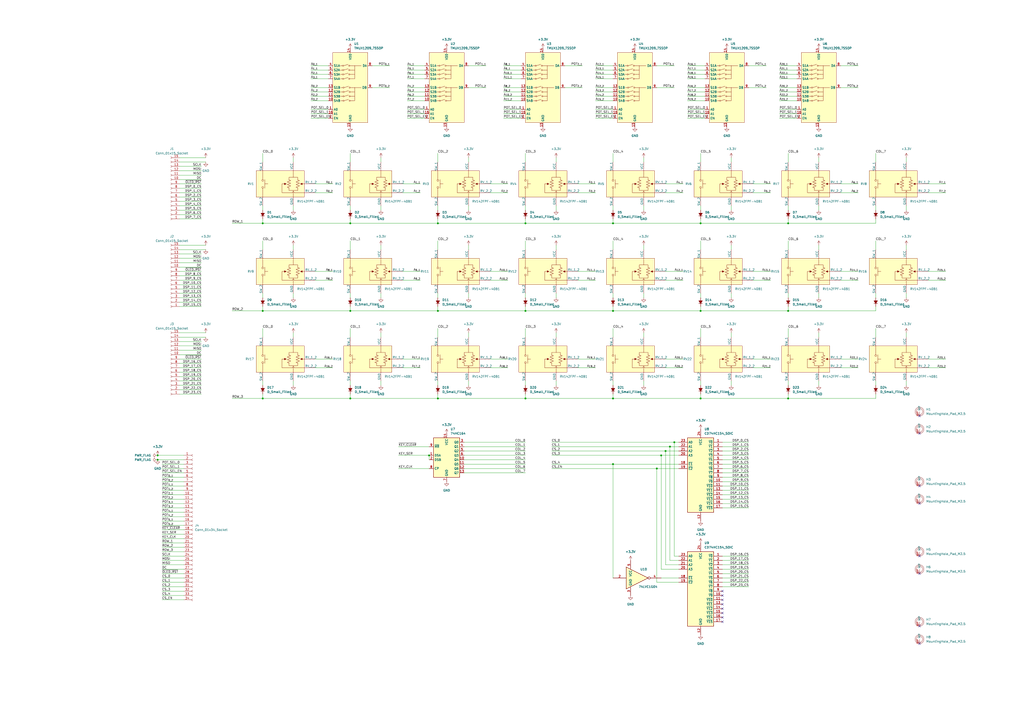
<source format=kicad_sch>
(kicad_sch (version 20230121) (generator eeschema)
  (paper "A2")
  (junction (at 152.4 180.34))
  (junction (at 254 180.34))
  (junction (at 386.08 261.62))
  (junction (at 355.6 180.34))
  (junction (at 406.4 231.14))
  (junction (at 381 271.78))
  (junction (at 457.2 231.14))
  (junction (at 304.8 180.34))
  (junction (at 203.2 231.14))
  (junction (at 457.2 180.34))
  (junction (at 355.6 269.24))
  (junction (at 254 231.14))
  (junction (at 203.2 129.54))
  (junction (at 388.62 259.08))
  (junction (at 152.4 231.14))
  (junction (at 406.4 129.54))
  (junction (at 254 129.54))
  (junction (at 203.2 180.34))
  (junction (at 248.92 264.16))
  (junction (at 355.6 231.14))
  (junction (at 91.44 266.7))
  (junction (at 391.16 256.54))
  (junction (at 152.4 129.54))
  (junction (at 304.8 129.54))
  (junction (at 91.44 264.16))
  (junction (at 457.2 129.54))
  (junction (at 304.8 231.14))
  (junction (at 406.4 180.34))
  (junction (at 383.54 264.16))
  (junction (at 355.6 129.54))
  (no_connect (at 533.4 322.58))
  (no_connect (at 419.1 360.68))
  (no_connect (at 419.1 353.06))
  (no_connect (at 533.4 373.38))
  (no_connect (at 419.1 345.44))
  (no_connect (at 419.1 350.52))
  (no_connect (at 533.4 332.74))
  (no_connect (at 419.1 347.98))
  (no_connect (at 533.4 251.46))
  (no_connect (at 533.4 363.22))
  (no_connect (at 419.1 358.14))
  (no_connect (at 533.4 281.94))
  (no_connect (at 419.1 342.9))
  (no_connect (at 533.4 241.3))
  (no_connect (at 419.1 355.6))
  (no_connect (at 533.4 292.1))
  (wire (pts (xy 398.78 50.8) (xy 408.94 50.8)))
  (wire (pts (xy 93.98 274.32) (xy 106.68 274.32)))
  (wire (pts (xy 386.08 157.48) (xy 396.24 157.48)))
  (wire (pts (xy 436.88 213.36) (xy 447.04 213.36)))
  (wire (pts (xy 104.14 177.8) (xy 116.84 177.8)))
  (wire (pts (xy 104.14 152.4) (xy 116.84 152.4)))
  (wire (pts (xy 388.62 259.08) (xy 393.7 259.08)))
  (wire (pts (xy 203.2 139.7) (xy 203.2 144.78)))
  (wire (pts (xy 436.88 208.28) (xy 447.04 208.28)))
  (wire (pts (xy 292.1 58.42) (xy 302.26 58.42)))
  (wire (pts (xy 284.48 208.28) (xy 294.64 208.28)))
  (wire (pts (xy 457.2 88.9) (xy 457.2 93.98)))
  (wire (pts (xy 398.78 53.34) (xy 408.94 53.34)))
  (wire (pts (xy 180.34 43.18) (xy 190.5 43.18)))
  (wire (pts (xy 271.78 193.04) (xy 271.78 195.58)))
  (wire (pts (xy 419.1 332.74) (xy 434.34 332.74)))
  (wire (pts (xy 487.68 208.28) (xy 497.84 208.28)))
  (wire (pts (xy 419.1 276.86) (xy 434.34 276.86)))
  (wire (pts (xy 104.14 193.04) (xy 119.38 193.04)))
  (wire (pts (xy 419.1 292.1) (xy 434.34 292.1)))
  (wire (pts (xy 254 180.34) (xy 304.8 180.34)))
  (wire (pts (xy 236.22 40.64) (xy 246.38 40.64)))
  (wire (pts (xy 269.24 261.62) (xy 304.8 261.62)))
  (wire (pts (xy 452.12 53.34) (xy 462.28 53.34)))
  (wire (pts (xy 452.12 43.18) (xy 462.28 43.18)))
  (wire (pts (xy 373.38 119.38) (xy 373.38 121.92)))
  (wire (pts (xy 419.1 274.32) (xy 434.34 274.32)))
  (wire (pts (xy 292.1 50.8) (xy 302.26 50.8)))
  (wire (pts (xy 419.1 281.94) (xy 434.34 281.94)))
  (wire (pts (xy 93.98 325.12) (xy 106.68 325.12)))
  (wire (pts (xy 104.14 226.06) (xy 116.84 226.06)))
  (wire (pts (xy 457.2 139.7) (xy 457.2 144.78)))
  (wire (pts (xy 424.18 142.24) (xy 424.18 144.78)))
  (wire (pts (xy 487.68 162.56) (xy 497.84 162.56)))
  (wire (pts (xy 182.88 208.28) (xy 193.04 208.28)))
  (wire (pts (xy 434.34 50.8) (xy 444.5 50.8)))
  (wire (pts (xy 93.98 347.98) (xy 106.68 347.98)))
  (wire (pts (xy 292.1 53.34) (xy 302.26 53.34)))
  (wire (pts (xy 104.14 154.94) (xy 116.84 154.94)))
  (wire (pts (xy 152.4 170.18) (xy 152.4 172.72)))
  (wire (pts (xy 93.98 294.64) (xy 106.68 294.64)))
  (wire (pts (xy 269.24 274.32) (xy 304.8 274.32)))
  (wire (pts (xy 180.34 68.58) (xy 190.5 68.58)))
  (wire (pts (xy 152.4 231.14) (xy 203.2 231.14)))
  (wire (pts (xy 327.66 50.8) (xy 337.82 50.8)))
  (wire (pts (xy 388.62 325.12) (xy 388.62 259.08)))
  (wire (pts (xy 104.14 200.66) (xy 116.84 200.66)))
  (wire (pts (xy 104.14 195.58) (xy 119.38 195.58)))
  (wire (pts (xy 152.4 119.38) (xy 152.4 121.92)))
  (wire (pts (xy 406.4 129.54) (xy 457.2 129.54)))
  (wire (pts (xy 391.16 256.54) (xy 391.16 322.58)))
  (wire (pts (xy 373.38 91.44) (xy 373.38 93.98)))
  (wire (pts (xy 345.44 38.1) (xy 355.6 38.1)))
  (wire (pts (xy 424.18 91.44) (xy 424.18 93.98)))
  (wire (pts (xy 457.2 127) (xy 457.2 129.54)))
  (wire (pts (xy 254 170.18) (xy 254 172.72)))
  (wire (pts (xy 474.98 170.18) (xy 474.98 172.72)))
  (wire (pts (xy 474.98 193.04) (xy 474.98 195.58)))
  (wire (pts (xy 104.14 106.68) (xy 116.84 106.68)))
  (wire (pts (xy 304.8 129.54) (xy 355.6 129.54)))
  (wire (pts (xy 182.88 162.56) (xy 193.04 162.56)))
  (wire (pts (xy 525.78 142.24) (xy 525.78 144.78)))
  (wire (pts (xy 254 139.7) (xy 254 144.78)))
  (wire (pts (xy 203.2 129.54) (xy 254 129.54)))
  (wire (pts (xy 508 170.18) (xy 508 172.72)))
  (wire (pts (xy 327.66 38.1) (xy 337.82 38.1)))
  (wire (pts (xy 457.2 228.6) (xy 457.2 231.14)))
  (wire (pts (xy 393.7 322.58) (xy 391.16 322.58)))
  (wire (pts (xy 180.34 55.88) (xy 190.5 55.88)))
  (wire (pts (xy 419.1 261.62) (xy 434.34 261.62)))
  (wire (pts (xy 104.14 172.72) (xy 116.84 172.72)))
  (wire (pts (xy 203.2 177.8) (xy 203.2 180.34)))
  (wire (pts (xy 457.2 170.18) (xy 457.2 172.72)))
  (wire (pts (xy 104.14 198.12) (xy 116.84 198.12)))
  (wire (pts (xy 104.14 223.52) (xy 116.84 223.52)))
  (wire (pts (xy 508 119.38) (xy 508 121.92)))
  (wire (pts (xy 93.98 309.88) (xy 106.68 309.88)))
  (wire (pts (xy 538.48 106.68) (xy 548.64 106.68)))
  (wire (pts (xy 104.14 93.98) (xy 119.38 93.98)))
  (wire (pts (xy 104.14 220.98) (xy 116.84 220.98)))
  (wire (pts (xy 104.14 101.6) (xy 116.84 101.6)))
  (wire (pts (xy 320.04 259.08) (xy 388.62 259.08)))
  (wire (pts (xy 104.14 213.36) (xy 116.84 213.36)))
  (wire (pts (xy 386.08 261.62) (xy 393.7 261.62)))
  (wire (pts (xy 269.24 259.08) (xy 304.8 259.08)))
  (wire (pts (xy 393.7 327.66) (xy 386.08 327.66)))
  (wire (pts (xy 269.24 264.16) (xy 304.8 264.16)))
  (wire (pts (xy 335.28 106.68) (xy 345.44 106.68)))
  (wire (pts (xy 381 38.1) (xy 391.16 38.1)))
  (wire (pts (xy 254 88.9) (xy 254 93.98)))
  (wire (pts (xy 386.08 106.68) (xy 396.24 106.68)))
  (wire (pts (xy 93.98 307.34) (xy 106.68 307.34)))
  (wire (pts (xy 203.2 190.5) (xy 203.2 195.58)))
  (wire (pts (xy 215.9 38.1) (xy 226.06 38.1)))
  (wire (pts (xy 220.98 119.38) (xy 220.98 121.92)))
  (wire (pts (xy 236.22 50.8) (xy 246.38 50.8)))
  (wire (pts (xy 203.2 88.9) (xy 203.2 93.98)))
  (wire (pts (xy 231.14 264.16) (xy 248.92 264.16)))
  (wire (pts (xy 508 190.5) (xy 508 195.58)))
  (wire (pts (xy 93.98 281.94) (xy 106.68 281.94)))
  (wire (pts (xy 104.14 127) (xy 116.84 127)))
  (wire (pts (xy 271.78 220.98) (xy 271.78 223.52)))
  (wire (pts (xy 345.44 58.42) (xy 355.6 58.42)))
  (wire (pts (xy 104.14 147.32) (xy 116.84 147.32)))
  (wire (pts (xy 104.14 165.1) (xy 116.84 165.1)))
  (wire (pts (xy 170.18 119.38) (xy 170.18 121.92)))
  (wire (pts (xy 304.8 88.9) (xy 304.8 93.98)))
  (wire (pts (xy 152.4 180.34) (xy 203.2 180.34)))
  (wire (pts (xy 203.2 231.14) (xy 254 231.14)))
  (wire (pts (xy 457.2 119.38) (xy 457.2 121.92)))
  (wire (pts (xy 180.34 58.42) (xy 190.5 58.42)))
  (wire (pts (xy 406.4 220.98) (xy 406.4 223.52)))
  (wire (pts (xy 406.4 119.38) (xy 406.4 121.92)))
  (wire (pts (xy 93.98 314.96) (xy 106.68 314.96)))
  (wire (pts (xy 284.48 213.36) (xy 294.64 213.36)))
  (wire (pts (xy 406.4 231.14) (xy 457.2 231.14)))
  (wire (pts (xy 355.6 180.34) (xy 406.4 180.34)))
  (wire (pts (xy 487.68 106.68) (xy 497.84 106.68)))
  (wire (pts (xy 419.1 289.56) (xy 434.34 289.56)))
  (wire (pts (xy 508 88.9) (xy 508 93.98)))
  (wire (pts (xy 320.04 264.16) (xy 383.54 264.16)))
  (wire (pts (xy 93.98 335.28) (xy 106.68 335.28)))
  (wire (pts (xy 236.22 45.72) (xy 246.38 45.72)))
  (wire (pts (xy 419.1 269.24) (xy 434.34 269.24)))
  (wire (pts (xy 355.6 139.7) (xy 355.6 144.78)))
  (wire (pts (xy 91.44 266.7) (xy 106.68 266.7)))
  (wire (pts (xy 104.14 124.46) (xy 116.84 124.46)))
  (wire (pts (xy 345.44 66.04) (xy 355.6 66.04)))
  (wire (pts (xy 271.78 50.8) (xy 281.94 50.8)))
  (wire (pts (xy 180.34 38.1) (xy 190.5 38.1)))
  (wire (pts (xy 93.98 340.36) (xy 106.68 340.36)))
  (wire (pts (xy 386.08 213.36) (xy 396.24 213.36)))
  (wire (pts (xy 525.78 91.44) (xy 525.78 93.98)))
  (wire (pts (xy 93.98 269.24) (xy 106.68 269.24)))
  (wire (pts (xy 398.78 68.58) (xy 408.94 68.58)))
  (wire (pts (xy 345.44 68.58) (xy 355.6 68.58)))
  (wire (pts (xy 236.22 66.04) (xy 246.38 66.04)))
  (wire (pts (xy 292.1 66.04) (xy 302.26 66.04)))
  (wire (pts (xy 419.1 264.16) (xy 434.34 264.16)))
  (wire (pts (xy 335.28 162.56) (xy 345.44 162.56)))
  (wire (pts (xy 525.78 119.38) (xy 525.78 121.92)))
  (wire (pts (xy 457.2 231.14) (xy 508 231.14)))
  (wire (pts (xy 322.58 220.98) (xy 322.58 223.52)))
  (wire (pts (xy 322.58 142.24) (xy 322.58 144.78)))
  (wire (pts (xy 487.68 111.76) (xy 497.84 111.76)))
  (wire (pts (xy 419.1 279.4) (xy 434.34 279.4)))
  (wire (pts (xy 180.34 50.8) (xy 190.5 50.8)))
  (wire (pts (xy 304.8 180.34) (xy 355.6 180.34)))
  (wire (pts (xy 406.4 180.34) (xy 457.2 180.34)))
  (wire (pts (xy 170.18 91.44) (xy 170.18 93.98)))
  (wire (pts (xy 304.8 119.38) (xy 304.8 121.92)))
  (wire (pts (xy 406.4 228.6) (xy 406.4 231.14)))
  (wire (pts (xy 406.4 190.5) (xy 406.4 195.58)))
  (wire (pts (xy 271.78 119.38) (xy 271.78 121.92)))
  (wire (pts (xy 508 228.6) (xy 508 231.14)))
  (wire (pts (xy 248.92 264.16) (xy 248.92 266.7)))
  (wire (pts (xy 292.1 43.18) (xy 302.26 43.18)))
  (wire (pts (xy 233.68 157.48) (xy 243.84 157.48)))
  (wire (pts (xy 292.1 55.88) (xy 302.26 55.88)))
  (wire (pts (xy 419.1 337.82) (xy 434.34 337.82)))
  (wire (pts (xy 383.54 264.16) (xy 393.7 264.16)))
  (wire (pts (xy 93.98 297.18) (xy 106.68 297.18)))
  (wire (pts (xy 93.98 337.82) (xy 106.68 337.82)))
  (wire (pts (xy 104.14 121.92) (xy 116.84 121.92)))
  (wire (pts (xy 452.12 55.88) (xy 462.28 55.88)))
  (wire (pts (xy 345.44 63.5) (xy 355.6 63.5)))
  (wire (pts (xy 381 271.78) (xy 381 337.82)))
  (wire (pts (xy 335.28 208.28) (xy 345.44 208.28)))
  (wire (pts (xy 398.78 40.64) (xy 408.94 40.64)))
  (wire (pts (xy 220.98 193.04) (xy 220.98 195.58)))
  (wire (pts (xy 508 139.7) (xy 508 144.78)))
  (wire (pts (xy 398.78 66.04) (xy 408.94 66.04)))
  (wire (pts (xy 335.28 111.76) (xy 345.44 111.76)))
  (wire (pts (xy 345.44 55.88) (xy 355.6 55.88)))
  (wire (pts (xy 203.2 180.34) (xy 254 180.34)))
  (wire (pts (xy 254 190.5) (xy 254 195.58)))
  (wire (pts (xy 271.78 170.18) (xy 271.78 172.72)))
  (wire (pts (xy 104.14 170.18) (xy 116.84 170.18)))
  (wire (pts (xy 104.14 203.2) (xy 116.84 203.2)))
  (wire (pts (xy 152.4 228.6) (xy 152.4 231.14)))
  (wire (pts (xy 386.08 111.76) (xy 396.24 111.76)))
  (wire (pts (xy 320.04 269.24) (xy 355.6 269.24)))
  (wire (pts (xy 269.24 266.7) (xy 304.8 266.7)))
  (wire (pts (xy 104.14 104.14) (xy 116.84 104.14)))
  (wire (pts (xy 474.98 142.24) (xy 474.98 144.78)))
  (wire (pts (xy 304.8 139.7) (xy 304.8 144.78)))
  (wire (pts (xy 152.4 139.7) (xy 152.4 144.78)))
  (wire (pts (xy 320.04 256.54) (xy 391.16 256.54)))
  (wire (pts (xy 93.98 345.44) (xy 106.68 345.44)))
  (wire (pts (xy 292.1 63.5) (xy 302.26 63.5)))
  (wire (pts (xy 180.34 63.5) (xy 190.5 63.5)))
  (wire (pts (xy 104.14 208.28) (xy 116.84 208.28)))
  (wire (pts (xy 508 127) (xy 508 129.54)))
  (wire (pts (xy 284.48 106.68) (xy 294.64 106.68)))
  (wire (pts (xy 398.78 63.5) (xy 408.94 63.5)))
  (wire (pts (xy 320.04 261.62) (xy 386.08 261.62)))
  (wire (pts (xy 487.68 157.48) (xy 497.84 157.48)))
  (wire (pts (xy 304.8 177.8) (xy 304.8 180.34)))
  (wire (pts (xy 419.1 335.28) (xy 434.34 335.28)))
  (wire (pts (xy 93.98 322.58) (xy 106.68 322.58)))
  (wire (pts (xy 393.7 330.2) (xy 383.54 330.2)))
  (wire (pts (xy 104.14 175.26) (xy 116.84 175.26)))
  (wire (pts (xy 355.6 177.8) (xy 355.6 180.34)))
  (wire (pts (xy 386.08 162.56) (xy 396.24 162.56)))
  (wire (pts (xy 93.98 312.42) (xy 106.68 312.42)))
  (wire (pts (xy 386.08 327.66) (xy 386.08 261.62)))
  (wire (pts (xy 233.68 213.36) (xy 243.84 213.36)))
  (wire (pts (xy 436.88 162.56) (xy 447.04 162.56)))
  (wire (pts (xy 152.4 220.98) (xy 152.4 223.52)))
  (wire (pts (xy 525.78 220.98) (xy 525.78 223.52)))
  (wire (pts (xy 335.28 213.36) (xy 345.44 213.36)))
  (wire (pts (xy 373.38 193.04) (xy 373.38 195.58)))
  (wire (pts (xy 134.62 129.54) (xy 152.4 129.54)))
  (wire (pts (xy 93.98 271.78) (xy 106.68 271.78)))
  (wire (pts (xy 355.6 228.6) (xy 355.6 231.14)))
  (wire (pts (xy 104.14 142.24) (xy 119.38 142.24)))
  (wire (pts (xy 180.34 45.72) (xy 190.5 45.72)))
  (wire (pts (xy 345.44 53.34) (xy 355.6 53.34)))
  (wire (pts (xy 269.24 256.54) (xy 304.8 256.54)))
  (wire (pts (xy 170.18 193.04) (xy 170.18 195.58)))
  (wire (pts (xy 386.08 208.28) (xy 396.24 208.28)))
  (wire (pts (xy 104.14 205.74) (xy 116.84 205.74)))
  (wire (pts (xy 304.8 127) (xy 304.8 129.54)))
  (wire (pts (xy 419.1 340.36) (xy 434.34 340.36)))
  (wire (pts (xy 233.68 208.28) (xy 243.84 208.28)))
  (wire (pts (xy 254 119.38) (xy 254 121.92)))
  (wire (pts (xy 104.14 167.64) (xy 116.84 167.64)))
  (wire (pts (xy 93.98 302.26) (xy 106.68 302.26)))
  (wire (pts (xy 419.1 284.48) (xy 434.34 284.48)))
  (wire (pts (xy 419.1 294.64) (xy 434.34 294.64)))
  (wire (pts (xy 236.22 43.18) (xy 246.38 43.18)))
  (wire (pts (xy 393.7 337.82) (xy 381 337.82)))
  (wire (pts (xy 93.98 317.5) (xy 106.68 317.5)))
  (wire (pts (xy 104.14 111.76) (xy 116.84 111.76)))
  (wire (pts (xy 93.98 292.1) (xy 106.68 292.1)))
  (wire (pts (xy 104.14 114.3) (xy 116.84 114.3)))
  (wire (pts (xy 452.12 63.5) (xy 462.28 63.5)))
  (wire (pts (xy 474.98 119.38) (xy 474.98 121.92)))
  (wire (pts (xy 424.18 170.18) (xy 424.18 172.72)))
  (wire (pts (xy 93.98 330.2) (xy 106.68 330.2)))
  (wire (pts (xy 104.14 99.06) (xy 116.84 99.06)))
  (wire (pts (xy 508 177.8) (xy 508 180.34)))
  (wire (pts (xy 254 127) (xy 254 129.54)))
  (wire (pts (xy 398.78 58.42) (xy 408.94 58.42)))
  (wire (pts (xy 104.14 91.44) (xy 119.38 91.44)))
  (wire (pts (xy 398.78 45.72) (xy 408.94 45.72)))
  (wire (pts (xy 487.68 50.8) (xy 497.84 50.8)))
  (wire (pts (xy 180.34 40.64) (xy 190.5 40.64)))
  (wire (pts (xy 419.1 330.2) (xy 434.34 330.2)))
  (wire (pts (xy 215.9 50.8) (xy 226.06 50.8)))
  (wire (pts (xy 487.68 213.36) (xy 497.84 213.36)))
  (wire (pts (xy 236.22 58.42) (xy 246.38 58.42)))
  (wire (pts (xy 93.98 327.66) (xy 106.68 327.66)))
  (wire (pts (xy 452.12 40.64) (xy 462.28 40.64)))
  (wire (pts (xy 134.62 180.34) (xy 152.4 180.34)))
  (wire (pts (xy 452.12 45.72) (xy 462.28 45.72)))
  (wire (pts (xy 538.48 208.28) (xy 548.64 208.28)))
  (wire (pts (xy 304.8 170.18) (xy 304.8 172.72)))
  (wire (pts (xy 220.98 170.18) (xy 220.98 172.72)))
  (wire (pts (xy 104.14 210.82) (xy 116.84 210.82)))
  (wire (pts (xy 152.4 129.54) (xy 203.2 129.54)))
  (wire (pts (xy 254 231.14) (xy 304.8 231.14)))
  (wire (pts (xy 436.88 157.48) (xy 447.04 157.48)))
  (wire (pts (xy 538.48 162.56) (xy 548.64 162.56)))
  (wire (pts (xy 292.1 38.1) (xy 302.26 38.1)))
  (wire (pts (xy 436.88 111.76) (xy 447.04 111.76)))
  (wire (pts (xy 93.98 284.48) (xy 106.68 284.48)))
  (wire (pts (xy 271.78 142.24) (xy 271.78 144.78)))
  (wire (pts (xy 419.1 266.7) (xy 434.34 266.7)))
  (wire (pts (xy 104.14 160.02) (xy 116.84 160.02)))
  (wire (pts (xy 304.8 228.6) (xy 304.8 231.14)))
  (wire (pts (xy 182.88 111.76) (xy 193.04 111.76)))
  (wire (pts (xy 93.98 332.74) (xy 106.68 332.74)))
  (wire (pts (xy 203.2 220.98) (xy 203.2 223.52)))
  (wire (pts (xy 93.98 289.56) (xy 106.68 289.56)))
  (wire (pts (xy 304.8 220.98) (xy 304.8 223.52)))
  (wire (pts (xy 424.18 119.38) (xy 424.18 121.92)))
  (wire (pts (xy 457.2 129.54) (xy 508 129.54)))
  (wire (pts (xy 93.98 299.72) (xy 106.68 299.72)))
  (wire (pts (xy 391.16 256.54) (xy 393.7 256.54)))
  (wire (pts (xy 271.78 91.44) (xy 271.78 93.98)))
  (wire (pts (xy 284.48 157.48) (xy 294.64 157.48)))
  (wire (pts (xy 304.8 190.5) (xy 304.8 195.58)))
  (wire (pts (xy 457.2 177.8) (xy 457.2 180.34)))
  (wire (pts (xy 233.68 162.56) (xy 243.84 162.56)))
  (wire (pts (xy 93.98 287.02) (xy 106.68 287.02)))
  (wire (pts (xy 182.88 213.36) (xy 193.04 213.36)))
  (wire (pts (xy 355.6 190.5) (xy 355.6 195.58)))
  (wire (pts (xy 93.98 320.04) (xy 106.68 320.04)))
  (wire (pts (xy 152.4 190.5) (xy 152.4 195.58)))
  (wire (pts (xy 452.12 66.04) (xy 462.28 66.04)))
  (wire (pts (xy 220.98 220.98) (xy 220.98 223.52)))
  (wire (pts (xy 452.12 68.58) (xy 462.28 68.58)))
  (wire (pts (xy 406.4 170.18) (xy 406.4 172.72)))
  (wire (pts (xy 134.62 231.14) (xy 152.4 231.14)))
  (wire (pts (xy 419.1 271.78) (xy 434.34 271.78)))
  (wire (pts (xy 104.14 96.52) (xy 116.84 96.52)))
  (wire (pts (xy 104.14 109.22) (xy 116.84 109.22)))
  (wire (pts (xy 345.44 45.72) (xy 355.6 45.72)))
  (wire (pts (xy 203.2 119.38) (xy 203.2 121.92)))
  (wire (pts (xy 355.6 129.54) (xy 406.4 129.54)))
  (wire (pts (xy 104.14 119.38) (xy 116.84 119.38)))
  (wire (pts (xy 182.88 106.68) (xy 193.04 106.68)))
  (wire (pts (xy 508 220.98) (xy 508 223.52)))
  (wire (pts (xy 373.38 170.18) (xy 373.38 172.72)))
  (wire (pts (xy 525.78 193.04) (xy 525.78 195.58)))
  (wire (pts (xy 292.1 68.58) (xy 302.26 68.58)))
  (wire (pts (xy 170.18 220.98) (xy 170.18 223.52)))
  (wire (pts (xy 292.1 40.64) (xy 302.26 40.64)))
  (wire (pts (xy 355.6 88.9) (xy 355.6 93.98)))
  (wire (pts (xy 355.6 231.14) (xy 406.4 231.14)))
  (wire (pts (xy 152.4 177.8) (xy 152.4 180.34)))
  (wire (pts (xy 236.22 63.5) (xy 246.38 63.5)))
  (wire (pts (xy 452.12 50.8) (xy 462.28 50.8)))
  (wire (pts (xy 182.88 157.48) (xy 193.04 157.48)))
  (wire (pts (xy 104.14 228.6) (xy 116.84 228.6)))
  (wire (pts (xy 538.48 157.48) (xy 548.64 157.48)))
  (wire (pts (xy 474.98 220.98) (xy 474.98 223.52)))
  (wire (pts (xy 487.68 38.1) (xy 497.84 38.1)))
  (wire (pts (xy 236.22 38.1) (xy 246.38 38.1)))
  (wire (pts (xy 170.18 170.18) (xy 170.18 172.72)))
  (wire (pts (xy 104.14 116.84) (xy 116.84 116.84)))
  (wire (pts (xy 419.1 256.54) (xy 434.34 256.54)))
  (wire (pts (xy 322.58 170.18) (xy 322.58 172.72)))
  (wire (pts (xy 104.14 215.9) (xy 116.84 215.9)))
  (wire (pts (xy 269.24 269.24) (xy 304.8 269.24)))
  (wire (pts (xy 304.8 231.14) (xy 355.6 231.14)))
  (wire (pts (xy 419.1 325.12) (xy 434.34 325.12)))
  (wire (pts (xy 406.4 88.9) (xy 406.4 93.98)))
  (wire (pts (xy 373.38 220.98) (xy 373.38 223.52)))
  (wire (pts (xy 406.4 139.7) (xy 406.4 144.78)))
  (wire (pts (xy 104.14 144.78) (xy 119.38 144.78)))
  (wire (pts (xy 104.14 157.48) (xy 116.84 157.48)))
  (wire (pts (xy 271.78 38.1) (xy 281.94 38.1)))
  (wire (pts (xy 398.78 38.1) (xy 408.94 38.1)))
  (wire (pts (xy 525.78 170.18) (xy 525.78 172.72)))
  (wire (pts (xy 233.68 106.68) (xy 243.84 106.68)))
  (wire (pts (xy 292.1 45.72) (xy 302.26 45.72)))
  (wire (pts (xy 355.6 269.24) (xy 355.6 335.28)))
  (wire (pts (xy 203.2 228.6) (xy 203.2 231.14)))
  (wire (pts (xy 419.1 327.66) (xy 434.34 327.66)))
  (wire (pts (xy 452.12 38.1) (xy 462.28 38.1)))
  (wire (pts (xy 93.98 279.4) (xy 106.68 279.4)))
  (wire (pts (xy 104.14 162.56) (xy 116.84 162.56)))
  (wire (pts (xy 345.44 43.18) (xy 355.6 43.18)))
  (wire (pts (xy 474.98 91.44) (xy 474.98 93.98)))
  (wire (pts (xy 538.48 111.76) (xy 548.64 111.76)))
  (wire (pts (xy 233.68 111.76) (xy 243.84 111.76)))
  (wire (pts (xy 220.98 142.24) (xy 220.98 144.78)))
  (wire (pts (xy 457.2 180.34) (xy 508 180.34)))
  (wire (pts (xy 381 271.78) (xy 393.7 271.78)))
  (wire (pts (xy 393.7 325.12) (xy 388.62 325.12)))
  (wire (pts (xy 203.2 127) (xy 203.2 129.54)))
  (wire (pts (xy 93.98 304.8) (xy 106.68 304.8)))
  (wire (pts (xy 452.12 58.42) (xy 462.28 58.42)))
  (wire (pts (xy 269.24 271.78) (xy 304.8 271.78)))
  (wire (pts (xy 398.78 55.88) (xy 408.94 55.88)))
  (wire (pts (xy 538.48 213.36) (xy 548.64 213.36)))
  (wire (pts (xy 236.22 53.34) (xy 246.38 53.34)))
  (wire (pts (xy 406.4 127) (xy 406.4 129.54)))
  (wire (pts (xy 93.98 342.9) (xy 106.68 342.9)))
  (wire (pts (xy 322.58 91.44) (xy 322.58 93.98)))
  (wire (pts (xy 345.44 40.64) (xy 355.6 40.64)))
  (wire (pts (xy 104.14 218.44) (xy 116.84 218.44)))
  (wire (pts (xy 284.48 162.56) (xy 294.64 162.56)))
  (wire (pts (xy 254 177.8) (xy 254 180.34)))
  (wire (pts (xy 320.04 271.78) (xy 381 271.78)))
  (wire (pts (xy 322.58 193.04) (xy 322.58 195.58)))
  (wire (pts (xy 424.18 220.98) (xy 424.18 223.52)))
  (wire (pts (xy 419.1 259.08) (xy 434.34 259.08)))
  (wire (pts (xy 355.6 220.98) (xy 355.6 223.52)))
  (wire (pts (xy 434.34 38.1) (xy 444.5 38.1)))
  (wire (pts (xy 355.6 170.18) (xy 355.6 172.72)))
  (wire (pts (xy 203.2 170.18) (xy 203.2 172.72)))
  (wire (pts (xy 152.4 88.9) (xy 152.4 93.98)))
  (wire (pts (xy 398.78 43.18) (xy 408.94 43.18)))
  (wire (pts (xy 180.34 66.04) (xy 190.5 66.04)))
  (wire (pts (xy 220.98 91.44) (xy 220.98 93.98)))
  (wire (pts (xy 383.54 330.2) (xy 383.54 264.16)))
  (wire (pts (xy 345.44 50.8) (xy 355.6 50.8)))
  (wire (pts (xy 457.2 190.5) (xy 457.2 195.58)))
  (wire (pts (xy 355.6 119.38) (xy 355.6 121.92)))
  (wire (pts (xy 231.14 259.08) (xy 248.92 259.08)))
  (wire (pts (xy 170.18 142.24) (xy 170.18 144.78)))
  (wire (pts (xy 355.6 127) (xy 355.6 129.54)))
  (wire (pts (xy 457.2 220.98) (xy 457.2 223.52)))
  (wire (pts (xy 104.14 149.86) (xy 116.84 149.86)))
  (wire (pts (xy 436.88 106.68) (xy 447.04 106.68)))
  (wire (pts (xy 335.28 157.48) (xy 345.44 157.48)))
  (wire (pts (xy 254 228.6) (xy 254 231.14)))
  (wire (pts (xy 373.38 142.24) (xy 373.38 144.78)))
  (wire (pts (xy 91.44 264.16) (xy 106.68 264.16)))
  (wire (pts (xy 383.54 335.28) (xy 393.7 335.28)))
  (wire (pts (xy 236.22 68.58) (xy 246.38 68.58)))
  (wire (pts (xy 254 129.54) (xy 304.8 129.54)))
  (wire (pts (xy 322.58 119.38) (xy 322.58 121.92)))
  (wire (pts (xy 419.1 287.02) (xy 434.34 287.02)))
  (wire (pts (xy 180.34 53.34) (xy 190.5 53.34)))
  (wire (pts (xy 406.4 177.8) (xy 406.4 180.34)))
  (wire (pts (xy 236.22 55.88) (xy 246.38 55.88)))
  (wire (pts (xy 231.14 271.78) (xy 248.92 271.78)))
  (wire (pts (xy 393.7 269.24) (xy 355.6 269.24)))
  (wire (pts (xy 284.48 111.76) (xy 294.64 111.76)))
  (wire (pts (xy 381 50.8) (xy 391.16 50.8)))
  (wire (pts (xy 424.18 193.04) (xy 424.18 195.58)))
  (wire (pts (xy 254 220.98) (xy 254 223.52)))
  (wire (pts (xy 93.98 276.86) (xy 106.68 276.86)))
  (wire (pts (xy 152.4 127) (xy 152.4 129.54)))
  (wire (pts (xy 419.1 322.58) (xy 434.34 322.58)))
  (label "POT_SEL_1" (at 398.78 66.04 0))
  (label "DSP_10_CS" (at 116.84 165.1 180))
  (label "A_{15_1}" (at 345.44 45.72 0))
  (label "A_{18_2}" (at 398.78 55.88 0))
  (label "DSP_0_CS" (at 116.84 109.22 180))
  (label "~{OLED_RST}" (at 93.98 332.74 0))
  (label "A_{15_2}" (at 345.44 58.42 0))
  (label "COL_1" (at 203.2 190.5 0))
  (label "MISO" (at 116.84 152.4 180))
  (label "A_{20_1}" (at 452.12 38.1 0))
  (label "MISO" (at 116.84 101.6 180))
  (label "A_{23_1}" (at 548.64 208.28 180))
  (label "CS_4" (at 93.98 345.44 0))
  (label "DSP_7_CS" (at 116.84 127 180))
  (label "POT_{3_2}" (at 93.98 294.64 0))
  (label "POT_SEL_0" (at 180.34 63.5 0))
  (label "A_{5_1}" (at 236.22 40.64 0))
  (label "ROW_1" (at 134.62 129.54 0))
  (label "DSP_2_CS" (at 116.84 114.3 180))
  (label "DSP_1_CS" (at 116.84 111.76 180))
  (label "COL_4" (at 355.6 190.5 0))
  (label "A_{22_2}" (at 452.12 55.88 0))
  (label "POT_{1_1}" (at 281.94 38.1 180))
  (label "A_{8_2}" (at 292.1 50.8 0))
  (label "DSP_9_CS" (at 116.84 162.56 180))
  (label "POT_{2_2}" (at 93.98 289.56 0))
  (label "A_{7_2}" (at 236.22 58.42 0))
  (label "COL_5" (at 406.4 88.9 0))
  (label "COL_7" (at 304.8 274.32 180))
  (label "A_{20_2}" (at 396.24 213.36 180))
  (label "POT_SEL_EN" (at 452.12 68.58 0))
  (label "A_{16_1}" (at 193.04 208.28 180))
  (label "A_{21_2}" (at 447.04 213.36 180))
  (label "DSP_8_CS" (at 434.34 276.86 180))
  (label "A_{4_2}" (at 236.22 50.8 0))
  (label "POT_{5_2}" (at 497.84 50.8 180))
  (label "COL_1" (at 304.8 259.08 180))
  (label "A_{14_1}" (at 345.44 43.18 0))
  (label "COL_1" (at 203.2 88.9 0))
  (label "A_{3_2}" (at 180.34 58.42 0))
  (label "A_{14_2}" (at 497.84 162.56 180))
  (label "A_{19_2}" (at 398.78 58.42 0))
  (label "A_{11_2}" (at 292.1 58.42 0))
  (label "A_{8_1}" (at 193.04 157.48 180))
  (label "A_{7_1}" (at 236.22 45.72 0))
  (label "A_{2_1}" (at 180.34 43.18 0))
  (label "DSP_18_CS" (at 434.34 327.66 180))
  (label "COL_5" (at 406.4 139.7 0))
  (label "A_{0_1}" (at 193.04 106.68 180))
  (label "DSP_1_CS" (at 434.34 259.08 180))
  (label "A_{1_2}" (at 180.34 53.34 0))
  (label "A_{10_1}" (at 294.64 157.48 180))
  (label "A_{0_1}" (at 180.34 38.1 0))
  (label "COL_2" (at 254 190.5 0))
  (label "A_{16_1}" (at 398.78 38.1 0))
  (label "POT_SEL_0" (at 236.22 63.5 0))
  (label "DC" (at 116.84 205.74 180))
  (label "COL_4" (at 355.6 139.7 0))
  (label "DSP_23_CS" (at 434.34 340.36 180))
  (label "A_{14_1}" (at 497.84 157.48 180))
  (label "POT_{2_2}" (at 337.82 50.8 180))
  (label "POT_{5_1}" (at 497.84 38.1 180))
  (label "A_{6_1}" (at 236.22 43.18 0))
  (label "A_{4_1}" (at 236.22 38.1 0))
  (label "A_{9_2}" (at 243.84 162.56 180))
  (label "POT_{2_1}" (at 93.98 287.02 0))
  (label "ROW_1" (at 93.98 314.96 0))
  (label "COL_5" (at 304.8 269.24 180))
  (label "DSP_21_CS" (at 116.84 223.52 180))
  (label "A_{23_2}" (at 548.64 213.36 180))
  (label "DC" (at 116.84 154.94 180))
  (label "A_{12_2}" (at 396.24 162.56 180))
  (label "A_{18_2}" (at 294.64 213.36 180))
  (label "A_{13_2}" (at 345.44 53.34 0))
  (label "KEY_CLK" (at 231.14 271.78 0))
  (label "POT_SEL_0" (at 345.44 63.5 0))
  (label "A_{21_1}" (at 447.04 208.28 180))
  (label "POT_SEL_EN" (at 180.34 68.58 0))
  (label "DC" (at 116.84 104.14 180))
  (label "DSP_21_CS" (at 434.34 335.28 180))
  (label "POT_{0_2}" (at 226.06 50.8 180))
  (label "POT_SEL_0" (at 292.1 63.5 0))
  (label "DSP_15_CS" (at 116.84 177.8 180))
  (label "A_{23_1}" (at 452.12 45.72 0))
  (label "DSP_14_CS" (at 434.34 292.1 180))
  (label "A_{2_2}" (at 180.34 55.88 0))
  (label "A_{4_2}" (at 396.24 111.76 180))
  (label "ROW_3" (at 134.62 231.14 0))
  (label "SCLK" (at 116.84 198.12 180))
  (label "POT_{4_1}" (at 444.5 38.1 180))
  (label "DSP_6_CS" (at 116.84 124.46 180))
  (label "A_{22_2}" (at 497.84 213.36 180))
  (label "DSP_4_CS" (at 434.34 266.7 180))
  (label "POT_{4_1}" (at 93.98 297.18 0))
  (label "POT_{0_2}" (at 93.98 279.4 0))
  (label "A_{15_1}" (at 548.64 157.48 180))
  (label "COL_3" (at 304.8 264.16 180))
  (label "DSP_23_CS" (at 116.84 228.6 180))
  (label "POT_SEL_1" (at 93.98 271.78 0))
  (label "CS_2" (at 93.98 340.36 0))
  (label "POT_SEL_EN" (at 398.78 68.58 0))
  (label "DSP_17_CS" (at 116.84 213.36 180))
  (label "A_{17_2}" (at 398.78 53.34 0))
  (label "CS_EN" (at 320.04 271.78 0))
  (label "COL_0" (at 304.8 256.54 180))
  (label "A_{21_2}" (at 452.12 53.34 0))
  (label "CS_0" (at 320.04 256.54 0))
  (label "POT_SEL_1" (at 292.1 66.04 0))
  (label "~{OLED_RST}" (at 116.84 208.28 180))
  (label "POT_{3_1}" (at 391.16 38.1 180))
  (label "MOSI" (at 116.84 200.66 180))
  (label "COL_3" (at 304.8 139.7 0))
  (label "POT_{1_2}" (at 281.94 50.8 180))
  (label "A_{12_1}" (at 396.24 157.48 180))
  (label "POT_{2_1}" (at 337.82 38.1 180))
  (label "A_{7_2}" (at 548.64 111.76 180))
  (label "DSP_3_CS" (at 434.34 264.16 180))
  (label "MOSI" (at 93.98 325.12 0))
  (label "A_{11_1}" (at 345.44 157.48 180))
  (label "A_{2_2}" (at 294.64 111.76 180))
  (label "A_{6_1}" (at 497.84 106.68 180))
  (label "COL_0" (at 152.4 139.7 0))
  (label "POT_{4_2}" (at 93.98 299.72 0))
  (label "DSP_20_CS" (at 434.34 332.74 180))
  (label "POT_SEL_EN" (at 292.1 68.58 0))
  (label "A_{5_2}" (at 236.22 53.34 0))
  (label "A_{10_1}" (at 292.1 43.18 0))
  (label "DSP_22_CS" (at 116.84 226.06 180))
  (label "POT_{0_1}" (at 93.98 276.86 0))
  (label "COL_1" (at 203.2 139.7 0))
  (label "A_{19_1}" (at 398.78 45.72 0))
  (label "A_{9_1}" (at 243.84 157.48 180))
  (label "DSP_22_CS" (at 434.34 337.82 180))
  (label "DSP_12_CS" (at 434.34 287.02 180))
  (label "DSP_7_CS" (at 434.34 274.32 180))
  (label "KEY_CLK" (at 93.98 312.42 0))
  (label "A_{19_2}" (at 345.44 213.36 180))
  (label "DSP_5_CS" (at 116.84 121.92 180))
  (label "DSP_13_CS" (at 434.34 289.56 180))
  (label "POT_SEL_1" (at 452.12 66.04 0))
  (label "DSP_3_CS" (at 116.84 116.84 180))
  (label "A_{13_1}" (at 345.44 40.64 0))
  (label "POT_SEL_1" (at 345.44 66.04 0))
  (label "COL_4" (at 355.6 88.9 0))
  (label "A_{2_1}" (at 294.64 106.68 180))
  (label "CS_2" (at 320.04 261.62 0))
  (label "COL_7" (at 508 88.9 0))
  (label "A_{6_2}" (at 236.22 55.88 0))
  (label "DSP_2_CS" (at 434.34 261.62 180))
  (label "DSP_15_CS" (at 434.34 294.64 180))
  (label "A_{17_2}" (at 243.84 213.36 180))
  (label "POT_SEL_EN" (at 345.44 68.58 0))
  (label "A_{6_2}" (at 497.84 111.76 180))
  (label "CS_0" (at 93.98 335.28 0))
  (label "DSP_10_CS" (at 434.34 281.94 180))
  (label "POT_{1_2}" (at 93.98 284.48 0))
  (label "A_{10_2}" (at 292.1 55.88 0))
  (label "DSP_20_CS" (at 116.84 220.98 180))
  (label "~{OLED_RST}" (at 116.84 106.68 180))
  (label "KEY_SER" (at 93.98 309.88 0))
  (label "A_{15_2}" (at 548.64 162.56 180))
  (label "SCLK" (at 116.84 96.52 180))
  (label "A_{17_1}" (at 398.78 40.64 0))
  (label "DSP_19_CS" (at 434.34 330.2 180))
  (label "A_{1_1}" (at 243.84 106.68 180))
  (label "POT_SEL_0" (at 398.78 63.5 0))
  (label "MOSI" (at 116.84 149.86 180))
  (label "A_{9_1}" (at 292.1 40.64 0))
  (label "POT_SEL_EN" (at 236.22 68.58 0))
  (label "A_{4_1}" (at 396.24 106.68 180))
  (label "COL_2" (at 254 88.9 0))
  (label "CS_3" (at 93.98 342.9 0))
  (label "COL_6" (at 457.2 139.7 0))
  (label "A_{11_2}" (at 345.44 162.56 180))
  (label "DSP_19_CS" (at 116.84 218.44 180))
  (label "DSP_14_CS" (at 116.84 175.26 180))
  (label "COL_0" (at 152.4 88.9 0))
  (label "A_{3_1}" (at 180.34 45.72 0))
  (label "ROW_2" (at 93.98 317.5 0))
  (label "A_{8_1}" (at 292.1 38.1 0))
  (label "POT_{4_2}" (at 444.5 50.8 180))
  (label "POT_{3_2}" (at 391.16 50.8 180))
  (label "MOSI" (at 116.84 99.06 180))
  (label "A_{12_2}" (at 345.44 50.8 0))
  (label "DSP_6_CS" (at 434.34 271.78 180))
  (label "DSP_4_CS" (at 116.84 119.38 180))
  (label "DSP_17_CS" (at 434.34 325.12 180))
  (label "A_{0_2}" (at 180.34 50.8 0))
  (label "A_{0_2}" (at 193.04 111.76 180))
  (label "CS_1" (at 93.98 337.82 0))
  (label "SCLK" (at 116.84 147.32 180))
  (label "DSP_18_CS" (at 116.84 215.9 180))
  (label "COL_2" (at 254 139.7 0))
  (label "A_{9_2}" (at 292.1 53.34 0))
  (label "DSP_5_CS" (at 434.34 269.24 180))
  (label "POT_{0_1}" (at 226.06 38.1 180))
  (label "POT_SEL_0" (at 452.12 63.5 0))
  (label "COL_7" (at 508 190.5 0))
  (label "MISO" (at 116.84 203.2 180))
  (label "POT_{3_1}" (at 93.98 292.1 0))
  (label "A_{14_2}" (at 345.44 55.88 0))
  (label "A_{5_2}" (at 447.04 111.76 180))
  (label "DSP_12_CS" (at 116.84 170.18 180))
  (label "CS_3" (at 320.04 264.16 0))
  (label "A_{1_2}" (at 243.84 111.76 180))
  (label "POT_SEL_EN" (at 93.98 274.32 0))
  (label "A_{22_1}" (at 497.84 208.28 180))
  (label "A_{23_2}" (at 452.12 58.42 0))
  (label "COL_7" (at 508 139.7 0))
  (label "A_{5_1}" (at 447.04 106.68 180))
  (label "A_{3_1}" (at 345.44 106.68 180))
  (label "COL_3" (at 304.8 190.5 0))
  (label "CS_1" (at 320.04 259.08 0))
  (label "POT_SEL_1" (at 180.34 66.04 0))
  (label "A_{18_1}" (at 294.64 208.28 180))
  (label "A_{18_1}" (at 398.78 43.18 0))
  (label "DSP_11_CS" (at 434.34 284.48 180))
  (label "KEY_SER" (at 231.14 264.16 0))
  (label "POT_SEL_1" (at 236.22 66.04 0))
  (label "CS_EN" (at 93.98 347.98 0))
  (label "A_{16_2}" (at 398.78 50.8 0))
  (label "A_{20_1}" (at 396.24 208.28 180))
  (label "DSP_11_CS" (at 116.84 167.64 180))
  (label "ROW_2" (at 134.62 180.34 0))
  (label "A_{20_2}" (at 452.12 50.8 0))
  (label "MISO" (at 93.98 327.66 0))
  (label "ROW_3" (at 93.98 320.04 0))
  (label "POT_{5_1}" (at 93.98 302.26 0))
  (label "A_{16_2}" (at 193.04 213.36 180))
  (label "SCLK" (at 93.98 322.58 0))
  (label "COL_6" (at 304.8 271.78 180))
  (label "DSP_0_CS" (at 434.34 256.54 180))
  (label "CS_4" (at 320.04 269.24 0))
  (label "A_{7_1}" (at 548.64 106.68 180))
  (label "A_{19_1}" (at 345.44 208.28 180))
  (label "A_{8_2}" (at 193.04 162.56 180))
  (label "~{KEY_CLEAR}" (at 231.14 259.08 0))
  (label "A_{12_1}" (at 345.44 38.1 0))
  (label "POT_{1_1}" (at 93.98 281.94 0))
  (label "A_{3_2}" (at 345.44 111.76 180))
  (label "A_{10_2}" (at 294.64 162.56 180))
  (label "COL_3" (at 304.8 88.9 0))
  (label "A_{13_2}" (at 447.04 162.56 180))
  (label "DC" (at 93.98 330.2 0))
  (label "A_{13_1}" (at 447.04 157.48 180))
  (label "COL_0" (at 152.4 190.5 0))
  (label "A_{21_1}" (at 452.12 40.64 0))
  (label "DSP_13_CS" (at 116.84 172.72 180))
  (label "~{KEY_CLEAR}" (at 93.98 307.34 0))
  (label "A_{17_1}" (at 243.84 208.28 180))
  (label "A_{22_1}" (at 452.12 43.18 0))
  (label "COL_6" (at 457.2 190.5 0))
  (label "POT_SEL_0" (at 93.98 269.24 0))
  (label "DSP_16_CS" (at 434.34 322.58 180))
  (label "~{OLED_RST}" (at 116.84 157.48 180))
  (label "A_{11_1}" (at 292.1 45.72 0))
  (label "COL_2" (at 304.8 261.62 180))
  (label "DSP_9_CS" (at 434.34 279.4 180))
  (label "COL_6" (at 457.2 88.9 0))
  (label "DSP_16_CS" (at 116.84 210.82 180))
  (label "COL_4" (at 304.8 266.7 180))
  (label "COL_5" (at 406.4 190.5 0))
  (label "DSP_8_CS" (at 116.84 160.02 180))
  (label "POT_{5_2}" (at 93.98 304.8 0))
  (label "A_{1_1}" (at 180.34 40.64 0))
  (symbol (lib_id "power:GND") (at 119.38 195.58 0) (unit 1)
    (property "Reference" "#PWR01" (effects hide))
    (property "Value" "GND" (at 119.38 200.66 0))
  )
  (symbol (lib_id "power:GND") (at 170.18 121.92 0) (unit 1)
    (property "Reference" "#PWR05" (effects hide))
    (property "Value" "GND" (at 170.18 127 0))
  )
  (symbol (lib_id "power:GND") (at 170.18 172.72 0) (unit 1)
    (property "Reference" "#PWR020" (effects hide))
    (property "Value" "GND" (at 170.18 177.8 0))
  )
  (symbol (lib_id "Device:D_Small_Filled") (at 406.4 226.06 90) (unit 1)
    (property "Reference" "D22" (at 408.94 224.79 90) (effects (justify right)))
    (property "Value" "D_Small_Filled" (at 408.94 227.33 90) (effects (justify right)))
    (property "Footprint" "Diode_SMD:D_SOD-123" (effects hide))
    (property "Sim.Device" "D" (effects hide))
    (property "Sim.Pins" "1=K 2=A" (effects hide))
  )
  (symbol (lib_id "power:GND") (at 220.98 121.92 0) (unit 1)
    (property "Reference" "#PWR06" (effects hide))
    (property "Value" "GND" (at 220.98 127 0))
  )
  (symbol (lib_id "power:GND") (at 365.76 345.44 0) (unit 1)
    (property "Reference" "#PWR076" (effects hide))
    (property "Value" "GND" (at 365.76 350.52 0))
  )
  (symbol (lib_id "Device:D_Small_Filled") (at 254 175.26 90) (unit 1)
    (property "Reference" "D11" (at 256.54 173.99 90) (effects (justify right)))
    (property "Value" "D_Small_Filled" (at 256.54 176.53 90) (effects (justify right)))
    (property "Footprint" "Diode_SMD:D_SOD-123" (effects hide))
    (property "Sim.Device" "D" (effects hide))
    (property "Sim.Pins" "1=K 2=A" (effects hide))
  )
  (symbol (lib_id "MPP_Device:RV142FPF-40B1") (at 264.16 208.28 0) (unit 1)
    (property "Reference" "RV19" (at 248.92 208.28 0) (effects (justify right)))
    (property "Value" "RV142FPF-40B1" (at 281.94 218.44 0))
    (property "Footprint" "MPP_Potentiometer_THT:RV142FPF-40B1" (effects hide))
    (property "Datasheet" "http://www.taiwanalpha.com/downloads?target=products&id=93" (effects hide))
  )
  (symbol (lib_id "power:GND") (at 406.4 368.3 0) (unit 1)
    (property "Reference" "#PWR061" (effects hide))
    (property "Value" "GND" (at 406.4 373.38 0))
  )
  (symbol (lib_id "MPP_Analog_Switch:TMUX1209_TSSOP") (at 474.98 50.8 0) (unit 1)
    (property "Reference" "U6" (at 477.1741 25.4 0) (effects (justify left)))
    (property "Value" "TMUX1209_TSSOP" (at 477.1741 27.94 0) (effects (justify left)))
    (property "Footprint" "Package_SO:TSSOP-16_4.4x5mm_P0.65mm" (effects hide))
    (property "Datasheet" "https://www.ti.com/lit/ds/symlink/tmux1209.pdf?ts=1711160247100&ref_url=https%253A%252F%252Fwww.ti.com%252Fproduct%252FTMUX1209" (effects hide))
  )
  (symbol (lib_id "Device:D_Small_Filled") (at 304.8 175.26 90) (unit 1)
    (property "Reference" "D12" (at 307.34 173.99 90) (effects (justify right)))
    (property "Value" "D_Small_Filled" (at 307.34 176.53 90) (effects (justify right)))
    (property "Footprint" "Diode_SMD:D_SOD-123" (effects hide))
    (property "Sim.Device" "D" (effects hide))
    (property "Sim.Pins" "1=K 2=A" (effects hide))
  )
  (symbol (lib_id "power:GND") (at 259.08 279.4 0) (unit 1)
    (property "Reference" "#PWR058" (effects hide))
    (property "Value" "GND" (at 259.08 284.48 0))
  )
  (symbol (lib_id "power:+3.3V") (at 322.58 193.04 0) (unit 1)
    (property "Reference" "#PWR071" (effects hide))
    (property "Value" "+3.3V" (at 322.58 187.96 0))
  )
  (symbol (lib_id "MPP_Device:RV142FPF-40B1") (at 314.96 208.28 0) (unit 1)
    (property "Reference" "RV20" (at 299.72 208.28 0) (effects (justify right)))
    (property "Value" "RV142FPF-40B1" (at 332.74 218.44 0))
    (property "Footprint" "MPP_Potentiometer_THT:RV142FPF-40B1" (effects hide))
    (property "Datasheet" "http://www.taiwanalpha.com/downloads?target=products&id=93" (effects hide))
  )
  (symbol (lib_id "MPP_Mechanical:MountingHole_Pad_M2.5") (at 533.4 238.76 0) (unit 1)
    (property "Reference" "H1" (at 537.21 237.49 0) (effects (justify left)))
    (property "Value" "MountingHole_Pad_M2.5" (at 537.21 240.03 0) (effects (justify left)))
    (property "Footprint" "MPP_MountingHole:MountingHole_M2.5" (effects hide))
  )
  (symbol (lib_id "power:+3.3V") (at 170.18 193.04 0) (unit 1)
    (property "Reference" "#PWR059" (effects hide))
    (property "Value" "+3.3V" (at 170.18 187.96 0))
  )
  (symbol (lib_id "Device:D_Small_Filled") (at 508 124.46 90) (unit 1)
    (property "Reference" "D8" (at 510.54 123.19 90) (effects (justify right)))
    (property "Value" "D_Small_Filled" (at 510.54 125.73 90) (effects (justify right)))
    (property "Footprint" "Diode_SMD:D_SOD-123" (effects hide))
    (property "Sim.Device" "D" (effects hide))
    (property "Sim.Pins" "1=K 2=A" (effects hide))
  )
  (symbol (lib_id "power:GND") (at 220.98 172.72 0) (unit 1)
    (property "Reference" "#PWR019" (effects hide))
    (property "Value" "GND" (at 220.98 177.8 0))
  )
  (symbol (lib_id "MPP_Analog_Switch:TMUX1209_TSSOP") (at 203.2 50.8 0) (unit 1)
    (property "Reference" "U1" (at 205.3941 25.4 0) (effects (justify left)))
    (property "Value" "TMUX1209_TSSOP" (at 205.3941 27.94 0) (effects (justify left)))
    (property "Footprint" "Package_SO:TSSOP-16_4.4x5mm_P0.65mm" (effects hide))
    (property "Datasheet" "https://www.ti.com/lit/ds/symlink/tmux1209.pdf?ts=1711160247100&ref_url=https%253A%252F%252Fwww.ti.com%252Fproduct%252FTMUX1209" (effects hide))
  )
  (symbol (lib_id "MPP_Device:RV142FPF-40B1") (at 213.36 208.28 0) (unit 1)
    (property "Reference" "RV18" (at 198.12 208.28 0) (effects (justify right)))
    (property "Value" "RV142FPF-40B1" (at 231.14 218.44 0))
    (property "Footprint" "MPP_Potentiometer_THT:RV142FPF-40B1" (effects hide))
    (property "Datasheet" "http://www.taiwanalpha.com/downloads?target=products&id=93" (effects hide))
  )
  (symbol (lib_id "power:+3.3V") (at 424.18 142.24 0) (unit 1)
    (property "Reference" "#PWR029" (effects hide))
    (property "Value" "+3.3V" (at 424.18 137.16 0))
  )
  (symbol (lib_id "Device:D_Small_Filled") (at 152.4 226.06 90) (unit 1)
    (property "Reference" "D17" (at 154.94 224.79 90) (effects (justify right)))
    (property "Value" "D_Small_Filled" (at 154.94 227.33 90) (effects (justify right)))
    (property "Footprint" "Diode_SMD:D_SOD-123" (effects hide))
    (property "Sim.Device" "D" (effects hide))
    (property "Sim.Pins" "1=K 2=A" (effects hide))
  )
  (symbol (lib_id "power:GND") (at 170.18 223.52 0) (unit 1)
    (property "Reference" "#PWR062" (effects hide))
    (property "Value" "GND" (at 170.18 228.6 0))
  )
  (symbol (lib_id "power:+3.3V") (at 259.08 251.46 0) (unit 1)
    (property "Reference" "#PWR056" (effects hide))
    (property "Value" "+3.3V" (at 259.08 246.38 0))
  )
  (symbol (lib_id "power:+3.3V") (at 474.98 193.04 0) (unit 1)
    (property "Reference" "#PWR083" (effects hide))
    (property "Value" "+3.3V" (at 474.98 187.96 0))
  )
  (symbol (lib_id "MPP_74xx:CD74HC154_SOIC") (at 406.4 274.32 0) (unit 1)
    (property "Reference" "U8" (at 408.5941 248.92 0) (effects (justify left)))
    (property "Value" "CD74HC154_SOIC" (at 408.5941 251.46 0) (effects (justify left)))
    (property "Footprint" "Package_SO:SOIC-24W_7.5x15.4mm_P1.27mm" (effects hide))
    (property "Datasheet" "https://www.ti.com/lit/ds/symlink/cd74hc154.pdf" (effects hide))
  )
  (symbol (lib_id "Device:D_Small_Filled") (at 508 175.26 90) (unit 1)
    (property "Reference" "D16" (at 510.54 173.99 90) (effects (justify right)))
    (property "Value" "D_Small_Filled" (at 510.54 176.53 90) (effects (justify right)))
    (property "Footprint" "Diode_SMD:D_SOD-123" (effects hide))
    (property "Sim.Device" "D" (effects hide))
    (property "Sim.Pins" "1=K 2=A" (effects hide))
  )
  (symbol (lib_id "Device:D_Small_Filled") (at 406.4 124.46 90) (unit 1)
    (property "Reference" "D6" (at 408.94 123.19 90) (effects (justify right)))
    (property "Value" "D_Small_Filled" (at 408.94 125.73 90) (effects (justify right)))
    (property "Footprint" "Diode_SMD:D_SOD-123" (effects hide))
    (property "Sim.Device" "D" (effects hide))
    (property "Sim.Pins" "1=K 2=A" (effects hide))
  )
  (symbol (lib_id "power:+3.3V") (at 421.64 27.94 0) (unit 1)
    (property "Reference" "#PWR095" (effects hide))
    (property "Value" "+3.3V" (at 421.64 22.86 0))
  )
  (symbol (lib_id "power:GND") (at 271.78 121.92 0) (unit 1)
    (property "Reference" "#PWR07" (effects hide))
    (property "Value" "GND" (at 271.78 127 0))
  )
  (symbol (lib_id "MPP_Analog_Switch:TMUX1209_TSSOP") (at 314.96 50.8 0) (unit 1)
    (property "Reference" "U3" (at 317.1541 25.4 0) (effects (justify left)))
    (property "Value" "TMUX1209_TSSOP" (at 317.1541 27.94 0) (effects (justify left)))
    (property "Footprint" "Package_SO:TSSOP-16_4.4x5mm_P0.65mm" (effects hide))
    (property "Datasheet" "https://www.ti.com/lit/ds/symlink/tmux1209.pdf?ts=1711160247100&ref_url=https%253A%252F%252Fwww.ti.com%252Fproduct%252FTMUX1209" (effects hide))
  )
  (symbol (lib_id "power:+3.3V") (at 406.4 248.92 0) (unit 1)
    (property "Reference" "#PWR054" (effects hide))
    (property "Value" "+3.3V" (at 406.4 243.84 0))
  )
  (symbol (lib_id "MPP_Device:RV142FPF-40B1") (at 162.56 208.28 0) (unit 1)
    (property "Reference" "RV17" (at 147.32 208.28 0) (effects (justify right)))
    (property "Value" "RV142FPF-40B1" (at 180.34 218.44 0))
    (property "Footprint" "MPP_Potentiometer_THT:RV142FPF-40B1" (effects hide))
    (property "Datasheet" "http://www.taiwanalpha.com/downloads?target=products&id=93" (effects hide))
  )
  (symbol (lib_id "MPP_Device:RV142FPF-40B1") (at 416.56 208.28 0) (unit 1)
    (property "Reference" "RV22" (at 401.32 208.28 0) (effects (justify right)))
    (property "Value" "RV142FPF-40B1" (at 434.34 218.44 0))
    (property "Footprint" "MPP_Potentiometer_THT:RV142FPF-40B1" (effects hide))
    (property "Datasheet" "http://www.taiwanalpha.com/downloads?target=products&id=93" (effects hide))
  )
  (symbol (lib_id "power:+3.3V") (at 314.96 27.94 0) (unit 1)
    (property "Reference" "#PWR091" (effects hide))
    (property "Value" "+3.3V" (at 314.96 22.86 0))
  )
  (symbol (lib_id "Connector:Conn_01x15_Socket") (at 99.06 160.02 180) (unit 1)
    (property "Reference" "J2" (at 99.695 137.16 0))
    (property "Value" "Conn_01x15_Socket" (at 99.695 139.7 0))
    (property "Footprint" "Connector_FFC-FPC:Hirose_FH12-15S-0.5SH_1x15-1MP_P0.50mm_Horizontal" (effects hide))
  )
  (symbol (lib_id "power:GND") (at 525.78 223.52 0) (unit 1)
    (property "Reference" "#PWR086" (effects hide))
    (property "Value" "GND" (at 525.78 228.6 0))
  )
  (symbol (lib_id "power:+3.3V") (at 373.38 91.44 0) (unit 1)
    (property "Reference" "#PWR023" (effects hide))
    (property "Value" "+3.3V" (at 373.38 86.36 0))
  )
  (symbol (lib_id "power:+3.3V") (at 525.78 193.04 0) (unit 1)
    (property "Reference" "#PWR085" (effects hide))
    (property "Value" "+3.3V" (at 525.78 187.96 0))
  )
  (symbol (lib_id "power:+3.3V") (at 406.4 314.96 0) (unit 1)
    (property "Reference" "#PWR055" (effects hide))
    (property "Value" "+3.3V" (at 406.4 309.88 0))
  )
  (symbol (lib_id "Device:D_Small_Filled") (at 457.2 175.26 90) (unit 1)
    (property "Reference" "D15" (at 459.74 173.99 90) (effects (justify right)))
    (property "Value" "D_Small_Filled" (at 459.74 176.53 90) (effects (justify right)))
    (property "Footprint" "Diode_SMD:D_SOD-123" (effects hide))
    (property "Sim.Device" "D" (effects hide))
    (property "Sim.Pins" "1=K 2=A" (effects hide))
  )
  (symbol (lib_id "Connector:Conn_01x15_Socket") (at 99.06 109.22 180) (unit 1)
    (property "Reference" "J1" (at 99.695 86.36 0))
    (property "Value" "Conn_01x15_Socket" (at 99.695 88.9 0))
    (property "Footprint" "Connector_FFC-FPC:Hirose_FH12-15S-0.5SH_1x15-1MP_P0.50mm_Horizontal" (effects hide))
  )
  (symbol (lib_id "MPP_Mechanical:MountingHole_Pad_M2.5") (at 533.4 330.2 0) (unit 1)
    (property "Reference" "H6" (at 537.21 328.93 0) (effects (justify left)))
    (property "Value" "MountingHole_Pad_M2.5" (at 537.21 331.47 0) (effects (justify left)))
    (property "Footprint" "MPP_MountingHole:MountingHole_M2.5" (effects hide))
  )
  (symbol (lib_id "Connector:Conn_01x15_Socket") (at 99.06 210.82 180) (unit 1)
    (property "Reference" "J3" (at 99.695 187.96 0))
    (property "Value" "Conn_01x15_Socket" (at 99.695 190.5 0))
    (property "Footprint" "Connector_FFC-FPC:Hirose_FH12-15S-0.5SH_1x15-1MP_P0.50mm_Horizontal" (effects hide))
  )
  (symbol (lib_id "MPP_Mechanical:MountingHole_Pad_M2.5") (at 533.4 320.04 0) (unit 1)
    (property "Reference" "H5" (at 537.21 318.77 0) (effects (justify left)))
    (property "Value" "MountingHole_Pad_M2.5" (at 537.21 321.31 0) (effects (justify left)))
    (property "Footprint" "MPP_MountingHole:MountingHole_M2.5" (effects hide))
  )
  (symbol (lib_id "power:+3.3V") (at 373.38 193.04 0) (unit 1)
    (property "Reference" "#PWR079" (effects hide))
    (property "Value" "+3.3V" (at 373.38 187.96 0))
  )
  (symbol (lib_id "Device:D_Small_Filled") (at 203.2 124.46 90) (unit 1)
    (property "Reference" "D2" (at 205.74 123.19 90) (effects (justify right)))
    (property "Value" "D_Small_Filled" (at 205.74 125.73 90) (effects (justify right)))
    (property "Footprint" "Diode_SMD:D_SOD-123" (effects hide))
    (property "Sim.Device" "D" (effects hide))
    (property "Sim.Pins" "1=K 2=A" (effects hide))
  )
  (symbol (lib_id "power:GND") (at 322.58 121.92 0) (unit 1)
    (property "Reference" "#PWR08" (effects hide))
    (property "Value" "GND" (at 322.58 127 0))
  )
  (symbol (lib_id "MPP_Device:RV142FPF-40B1") (at 264.16 157.48 0) (unit 1)
    (property "Reference" "RV11" (at 248.92 157.48 0) (effects (justify right)))
    (property "Value" "RV142FPF-40B1" (at 281.94 167.64 0))
    (property "Footprint" "MPP_Potentiometer_THT:RV142FPF-40B1" (effects hide))
    (property "Datasheet" "http://www.taiwanalpha.com/downloads?target=products&id=93" (effects hide))
  )
  (symbol (lib_id "power:+3.3V") (at 119.38 193.04 0) (unit 1)
    (property "Reference" "#PWR04" (effects hide))
    (property "Value" "+3.3V" (at 119.38 187.96 0))
  )
  (symbol (lib_id "MPP_Device:RV142FPF-40B1") (at 365.76 208.28 0) (unit 1)
    (property "Reference" "RV21" (at 350.52 208.28 0) (effects (justify right)))
    (property "Value" "RV142FPF-40B1" (at 383.54 218.44 0))
    (property "Footprint" "MPP_Potentiometer_THT:RV142FPF-40B1" (effects hide))
    (property "Datasheet" "http://www.taiwanalpha.com/downloads?target=products&id=93" (effects hide))
  )
  (symbol (lib_id "MPP_Device:RV142FPF-40B1") (at 162.56 157.48 0) (unit 1)
    (property "Reference" "RV9" (at 147.32 157.48 0) (effects (justify right)))
    (property "Value" "RV142FPF-40B1" (at 180.34 167.64 0))
    (property "Footprint" "MPP_Potentiometer_THT:RV142FPF-40B1" (effects hide))
    (property "Datasheet" "http://www.taiwanalpha.com/downloads?target=products&id=93" (effects hide))
  )
  (symbol (lib_id "power:+3.3V") (at 525.78 91.44 0) (unit 1)
    (property "Reference" "#PWR026" (effects hide))
    (property "Value" "+3.3V" (at 525.78 86.36 0))
  )
  (symbol (lib_id "power:+3.3V") (at 365.76 325.12 0) (unit 1)
    (property "Reference" "#PWR077" (effects hide))
    (property "Value" "+3.3V" (at 365.76 320.04 0))
  )
  (symbol (lib_id "Device:D_Small_Filled") (at 355.6 124.46 90) (unit 1)
    (property "Reference" "D5" (at 358.14 123.19 90) (effects (justify right)))
    (property "Value" "D_Small_Filled" (at 358.14 125.73 90) (effects (justify right)))
    (property "Footprint" "Diode_SMD:D_SOD-123" (effects hide))
    (property "Sim.Device" "D" (effects hide))
    (property "Sim.Pins" "1=K 2=A" (effects hide))
  )
  (symbol (lib_id "Device:D_Small_Filled") (at 508 226.06 90) (unit 1)
    (property "Reference" "D24" (at 510.54 224.79 90) (effects (justify right)))
    (property "Value" "D_Small_Filled" (at 510.54 227.33 90) (effects (justify right)))
    (property "Footprint" "Diode_SMD:D_SOD-123" (effects hide))
    (property "Sim.Device" "D" (effects hide))
    (property "Sim.Pins" "1=K 2=A" (effects hide))
  )
  (symbol (lib_id "Device:D_Small_Filled") (at 203.2 226.06 90) (unit 1)
    (property "Reference" "D18" (at 205.74 224.79 90) (effects (justify right)))
    (property "Value" "D_Small_Filled" (at 205.74 227.33 90) (effects (justify right)))
    (property "Footprint" "Diode_SMD:D_SOD-123" (effects hide))
    (property "Sim.Device" "D" (effects hide))
    (property "Sim.Pins" "1=K 2=A" (effects hide))
  )
  (symbol (lib_id "power:PWR_FLAG") (at 91.44 266.7 90) (unit 1)
    (property "Reference" "#FLG02" (effects hide))
    (property "Value" "PWR_FLAG" (at 87.63 266.7 90) (effects (justify left)))
  )
  (symbol (lib_id "power:GND") (at 525.78 121.92 0) (unit 1)
    (property "Reference" "#PWR012" (effects hide))
    (property "Value" "GND" (at 525.78 127 0))
  )
  (symbol (lib_id "power:GND") (at 314.96 73.66 0) (unit 1)
    (property "Reference" "#PWR092" (effects hide))
    (property "Value" "GND" (at 314.96 78.74 0))
  )
  (symbol (lib_id "Device:D_Small_Filled") (at 304.8 226.06 90) (unit 1)
    (property "Reference" "D20" (at 307.34 224.79 90) (effects (justify right)))
    (property "Value" "D_Small_Filled" (at 307.34 227.33 90) (effects (justify right)))
    (property "Footprint" "Diode_SMD:D_SOD-123" (effects hide))
    (property "Sim.Device" "D" (effects hide))
    (property "Sim.Pins" "1=K 2=A" (effects hide))
  )
  (symbol (lib_id "MPP_Device:RV142FPF-40B1") (at 365.76 106.68 0) (unit 1)
    (property "Reference" "RV5" (at 350.52 106.68 0) (effects (justify right)))
    (property "Value" "RV142FPF-40B1" (at 383.54 116.84 0))
    (property "Footprint" "MPP_Potentiometer_THT:RV142FPF-40B1" (effects hide))
    (property "Datasheet" "http://www.taiwanalpha.com/downloads?target=products&id=93" (effects hide))
  )
  (symbol (lib_id "power:GND") (at 322.58 172.72 0) (unit 1)
    (property "Reference" "#PWR017" (effects hide))
    (property "Value" "GND" (at 322.58 177.8 0))
  )
  (symbol (lib_id "power:+3.3V") (at 220.98 91.44 0) (unit 1)
    (property "Reference" "#PWR03" (effects hide))
    (property "Value" "+3.3V" (at 220.98 86.36 0))
  )
  (symbol (lib_id "power:+3.3V") (at 271.78 142.24 0) (unit 1)
    (property "Reference" "#PWR032" (effects hide))
    (property "Value" "+3.3V" (at 271.78 137.16 0))
  )
  (symbol (lib_id "power:GND") (at 424.18 223.52 0) (unit 1)
    (property "Reference" "#PWR082" (effects hide))
    (property "Value" "GND" (at 424.18 228.6 0))
  )
  (symbol (lib_id "MPP_Mechanical:MountingHole_Pad_M2.5") (at 533.4 360.68 0) (unit 1)
    (property "Reference" "H7" (at 537.21 359.41 0) (effects (justify left)))
    (property "Value" "MountingHole_Pad_M2.5" (at 537.21 361.95 0) (effects (justify left)))
    (property "Footprint" "MPP_MountingHole:MountingHole_M2.5" (effects hide))
  )
  (symbol (lib_id "power:GND") (at 474.98 121.92 0) (unit 1)
    (property "Reference" "#PWR011" (effects hide))
    (property "Value" "GND" (at 474.98 127 0))
  )
  (symbol (lib_id "Device:D_Small_Filled") (at 355.6 226.06 90) (unit 1)
    (property "Reference" "D21" (at 358.14 224.79 90) (effects (justify right)))
    (property "Value" "D_Small_Filled" (at 358.14 227.33 90) (effects (justify right)))
    (property "Footprint" "Diode_SMD:D_SOD-123" (effects hide))
    (property "Sim.Device" "D" (effects hide))
    (property "Sim.Pins" "1=K 2=A" (effects hide))
  )
  (symbol (lib_id "power:GND") (at 91.44 266.7 0) (unit 1)
    (property "Reference" "#PWR038" (effects hide))
    (property "Value" "GND" (at 91.44 271.78 0))
  )
  (symbol (lib_id "power:+3.3V") (at 474.98 27.94 0) (unit 1)
    (property "Reference" "#PWR097" (effects hide))
    (property "Value" "+3.3V" (at 474.98 22.86 0))
  )
  (symbol (lib_id "MPP_Analog_Switch:TMUX1209_TSSOP") (at 421.64 50.8 0) (unit 1)
    (property "Reference" "U5" (at 423.8341 25.4 0) (effects (justify left)))
    (property "Value" "TMUX1209_TSSOP" (at 423.8341 27.94 0) (effects (justify left)))
    (property "Footprint" "Package_SO:TSSOP-16_4.4x5mm_P0.65mm" (effects hide))
    (property "Datasheet" "https://www.ti.com/lit/ds/symlink/tmux1209.pdf?ts=1711160247100&ref_url=https%253A%252F%252Fwww.ti.com%252Fproduct%252FTMUX1209" (effects hide))
  )
  (symbol (lib_id "power:+3.3V") (at 322.58 91.44 0) (unit 1)
    (property "Reference" "#PWR022" (effects hide))
    (property "Value" "+3.3V" (at 322.58 86.36 0))
  )
  (symbol (lib_id "power:+3.3V") (at 271.78 193.04 0) (unit 1)
    (property "Reference" "#PWR067" (effects hide))
    (property "Value" "+3.3V" (at 271.78 187.96 0))
  )
  (symbol (lib_id "power:+3.3V") (at 322.58 142.24 0) (unit 1)
    (property "Reference" "#PWR031" (effects hide))
    (property "Value" "+3.3V" (at 322.58 137.16 0))
  )
  (symbol (lib_id "power:+3.3V") (at 474.98 91.44 0) (unit 1)
    (property "Reference" "#PWR025" (effects hide))
    (property "Value" "+3.3V" (at 474.98 86.36 0))
  )
  (symbol (lib_id "power:GND") (at 424.18 172.72 0) (unit 1)
    (property "Reference" "#PWR015" (effects hide))
    (property "Value" "GND" (at 424.18 177.8 0))
  )
  (symbol (lib_id "MPP_Device:RV142FPF-40B1") (at 264.16 106.68 0) (unit 1)
    (property "Reference" "RV3" (at 248.92 106.68 0) (effects (justify right)))
    (property "Value" "RV142FPF-40B1" (at 281.94 116.84 0))
    (property "Footprint" "MPP_Potentiometer_THT:RV142FPF-40B1" (effects hide))
    (property "Datasheet" "http://www.taiwanalpha.com/downloads?target=products&id=93" (effects hide))
  )
  (symbol (lib_id "power:+3.3V") (at 119.38 91.44 0) (unit 1)
    (property "Reference" "#PWR052" (effects hide))
    (property "Value" "+3.3V" (at 119.38 86.36 0))
  )
  (symbol (lib_id "Device:D_Small_Filled") (at 406.4 175.26 90) (unit 1)
    (property "Reference" "D14" (at 408.94 173.99 90) (effects (justify right)))
    (property "Value" "D_Small_Filled" (at 408.94 176.53 90) (effects (justify right)))
    (property "Footprint" "Diode_SMD:D_SOD-123" (effects hide))
    (property "Sim.Device" "D" (effects hide))
    (property "Sim.Pins" "1=K 2=A" (effects hide))
  )
  (symbol (lib_id "74xx:74HC164") (at 259.08 264.16 0) (unit 1)
    (property "Reference" "U7" (at 261.2741 248.92 0) (effects (justify left)))
    (property "Value" "74HC164" (at 261.2741 251.46 0) (effects (justify left)))
    (property "Footprint" "Package_SO:SO-14_3.9x8.65mm_P1.27mm" (effects hide))
    (property "Datasheet" "https://assets.nexperia.com/documents/data-sheet/74HC_HCT164.pdf" (effects hide))
  )
  (symbol (lib_id "power:+3.3V") (at 474.98 142.24 0) (unit 1)
    (property "Reference" "#PWR028" (effects hide))
    (property "Value" "+3.3V" (at 474.98 137.16 0))
  )
  (symbol (lib_id "power:+3.3V") (at 203.2 27.94 0) (unit 1)
    (property "Reference" "#PWR087" (effects hide))
    (property "Value" "+3.3V" (at 203.2 22.86 0))
  )
  (symbol (lib_id "power:GND") (at 271.78 223.52 0) (unit 1)
    (property "Reference" "#PWR070" (effects hide))
    (property "Value" "GND" (at 271.78 228.6 0))
  )
  (symbol (lib_id "power:GND") (at 373.38 121.92 0) (unit 1)
    (property "Reference" "#PWR09" (effects hide))
    (property "Value" "GND" (at 373.38 127 0))
  )
  (symbol (lib_id "MPP_Analog_Switch:TMUX1209_TSSOP") (at 368.3 50.8 0) (unit 1)
    (property "Reference" "U4" (at 370.4941 25.4 0) (effects (justify left)))
    (property "Value" "TMUX1209_TSSOP" (at 370.4941 27.94 0) (effects (justify left)))
    (property "Footprint" "Package_SO:TSSOP-16_4.4x5mm_P0.65mm" (effects hide))
    (property "Datasheet" "https://www.ti.com/lit/ds/symlink/tmux1209.pdf?ts=1711160247100&ref_url=https%253A%252F%252Fwww.ti.com%252Fproduct%252FTMUX1209" (effects hide))
  )
  (symbol (lib_id "power:PWR_FLAG") (at 91.44 264.16 90) (unit 1)
    (property "Reference" "#FLG01" (effects hide))
    (property "Value" "PWR_FLAG" (at 87.63 264.16 90) (effects (justify left)))
  )
  (symbol (lib_id "Device:D_Small_Filled") (at 254 226.06 90) (unit 1)
    (property "Reference" "D19" (at 256.54 224.79 90) (effects (justify right)))
    (property "Value" "D_Small_Filled" (at 256.54 227.33 90) (effects (justify right)))
    (property "Footprint" "Diode_SMD:D_SOD-123" (effects hide))
    (property "Sim.Device" "D" (effects hide))
    (property "Sim.Pins" "1=K 2=A" (effects hide))
  )
  (symbol (lib_id "power:GND") (at 203.2 73.66 0) (unit 1)
    (property "Reference" "#PWR088" (effects hide))
    (property "Value" "GND" (at 203.2 78.74 0))
  )
  (symbol (lib_id "power:+3.3V") (at 271.78 91.44 0) (unit 1)
    (property "Reference" "#PWR021" (effects hide))
    (property "Value" "+3.3V" (at 271.78 86.36 0))
  )
  (symbol (lib_id "Connector:Conn_01x34_Socket") (at 111.76 304.8 0) (unit 1)
    (property "Reference" "J4" (at 113.03 304.8 0) (effects (justify left)))
    (property "Value" "Conn_01x34_Socket" (at 113.03 307.34 0) (effects (justify left)))
    (property "Footprint" "Connector_FFC-FPC:Hirose_FH12-34S-0.5SH_1x34-1MP_P0.50mm_Horizontal" (effects hide))
  )
  (symbol (lib_id "power:+3.3V") (at 170.18 142.24 0) (unit 1)
    (property "Reference" "#PWR034" (effects hide))
    (property "Value" "+3.3V" (at 170.18 137.16 0))
  )
  (symbol (lib_id "power:GND") (at 474.98 223.52 0) (unit 1)
    (property "Reference" "#PWR084" (effects hide))
    (property "Value" "GND" (at 474.98 228.6 0))
  )
  (symbol (lib_id "power:GND") (at 424.18 121.92 0) (unit 1)
    (property "Reference" "#PWR010" (effects hide))
    (property "Value" "GND" (at 424.18 127 0))
  )
  (symbol (lib_id "MPP_Device:RV142FPF-40B1") (at 365.76 157.48 0) (unit 1)
    (property "Reference" "RV13" (at 350.52 157.48 0) (effects (justify right)))
    (property "Value" "RV142FPF-40B1" (at 383.54 167.64 0))
    (property "Footprint" "MPP_Potentiometer_THT:RV142FPF-40B1" (effects hide))
    (property "Datasheet" "http://www.taiwanalpha.com/downloads?target=products&id=93" (effects hide))
  )
  (symbol (lib_id "power:GND") (at 271.78 172.72 0) (unit 1)
    (property "Reference" "#PWR018" (effects hide))
    (property "Value" "GND" (at 271.78 177.8 0))
  )
  (symbol (lib_id "Device:D_Small_Filled") (at 152.4 124.46 90) (unit 1)
    (property "Reference" "D1" (at 154.94 123.19 90) (effects (justify right)))
    (property "Value" "D_Small_Filled" (at 154.94 125.73 90) (effects (justify right)))
    (property "Footprint" "Diode_SMD:D_SOD-123" (effects hide))
    (property "Sim.Device" "D" (effects hide))
    (property "Sim.Pins" "1=K 2=A" (effects hide))
  )
  (symbol (lib_id "MPP_Mechanical:MountingHole_Pad_M2.5") (at 533.4 279.4 0) (unit 1)
    (property "Reference" "H3" (at 537.21 278.13 0) (effects (justify left)))
    (property "Value" "MountingHole_Pad_M2.5" (at 537.21 280.67 0) (effects (justify left)))
    (property "Footprint" "MPP_MountingHole:MountingHole_M2.5" (effects hide))
  )
  (symbol (lib_id "power:GND") (at 119.38 144.78 0) (unit 1)
    (property "Reference" "#PWR035" (effects hide))
    (property "Value" "GND" (at 119.38 149.86 0))
  )
  (symbol (lib_id "MPP_Device:RV142FPF-40B1") (at 314.96 157.48 0) (unit 1)
    (property "Reference" "RV12" (at 299.72 157.48 0) (effects (justify right)))
    (property "Value" "RV142FPF-40B1" (at 332.74 167.64 0))
    (property "Footprint" "MPP_Potentiometer_THT:RV142FPF-40B1" (effects hide))
    (property "Datasheet" "http://www.taiwanalpha.com/downloads?target=products&id=93" (effects hide))
  )
  (symbol (lib_id "MPP_Device:RV142FPF-40B1") (at 213.36 157.48 0) (unit 1)
    (property "Reference" "RV10" (at 198.12 157.48 0) (effects (justify right)))
    (property "Value" "RV142FPF-40B1" (at 231.14 167.64 0))
    (property "Footprint" "MPP_Potentiometer_THT:RV142FPF-40B1" (effects hide))
    (property "Datasheet" "http://www.taiwanalpha.com/downloads?target=products&id=93" (effects hide))
  )
  (symbol (lib_id "MPP_Device:RV142FPF-40B1") (at 518.16 208.28 0) (unit 1)
    (property "Reference" "RV24" (at 502.92 208.28 0) (effects (justify right)))
    (property "Value" "RV142FPF-40B1" (at 535.94 218.44 0))
    (property "Footprint" "MPP_Potentiometer_THT:RV142FPF-40B1" (effects hide))
    (property "Datasheet" "http://www.taiwanalpha.com/downloads?target=products&id=93" (effects hide))
  )
  (symbol (lib_id "power:GND") (at 525.78 172.72 0) (unit 1)
    (property "Reference" "#PWR013" (effects hide))
    (property "Value" "GND" (at 525.78 177.8 0))
  )
  (symbol (lib_id "Device:D_Small_Filled") (at 355.6 175.26 90) (unit 1)
    (property "Reference" "D13" (at 358.14 173.99 90) (effects (justify right)))
    (property "Value" "D_Small_Filled" (at 358.14 176.53 90) (effects (justify right)))
    (property "Footprint" "Diode_SMD:D_SOD-123" (effects hide))
    (property "Sim.Device" "D" (effects hide))
    (property "Sim.Pins" "1=K 2=A" (effects hide))
  )
  (symbol (lib_id "power:GND") (at 474.98 73.66 0) (unit 1)
    (property "Reference" "#PWR098" (effects hide))
    (property "Value" "GND" (at 474.98 78.74 0))
  )
  (symbol (lib_id "power:GND") (at 259.08 73.66 0) (unit 1)
    (property "Reference" "#PWR090" (effects hide))
    (property "Value" "GND" (at 259.08 78.74 0))
  )
  (symbol (lib_id "power:+3.3V") (at 220.98 142.24 0) (unit 1)
    (property "Reference" "#PWR033" (effects hide))
    (property "Value" "+3.3V" (at 220.98 137.16 0))
  )
  (symbol (lib_id "MPP_Mechanical:MountingHole_Pad_M2.5") (at 533.4 289.56 0) (unit 1)
    (property "Reference" "H4" (at 537.21 288.29 0) (effects (justify left)))
    (property "Value" "MountingHole_Pad_M2.5" (at 537.21 290.83 0) (effects (justify left)))
    (property "Footprint" "MPP_MountingHole:MountingHole_M2.5" (effects hide))
  )
  (symbol (lib_id "power:+3.3V") (at 220.98 193.04 0) (unit 1)
    (property "Reference" "#PWR063" (effects hide))
    (property "Value" "+3.3V" (at 220.98 187.96 0))
  )
  (symbol (lib_id "power:+3.3V") (at 259.08 27.94 0) (unit 1)
    (property "Reference" "#PWR089" (effects hide))
    (property "Value" "+3.3V" (at 259.08 22.86 0))
  )
  (symbol (lib_id "power:+3.3V") (at 424.18 193.04 0) (unit 1)
    (property "Reference" "#PWR081" (effects hide))
    (property "Value" "+3.3V" (at 424.18 187.96 0))
  )
  (symbol (lib_id "MPP_Device:RV142FPF-40B1") (at 467.36 106.68 0) (unit 1)
    (property "Reference" "RV7" (at 452.12 106.68 0) (effects (justify right)))
    (property "Value" "RV142FPF-40B1" (at 485.14 116.84 0))
    (property "Footprint" "MPP_Potentiometer_THT:RV142FPF-40B1" (effects hide))
    (property "Datasheet" "http://www.taiwanalpha.com/downloads?target=products&id=93" (effects hide))
  )
  (symbol (lib_id "Device:D_Small_Filled") (at 457.2 226.06 90) (unit 1)
    (property "Reference" "D23" (at 459.74 224.79 90) (effects (justify right)))
    (property "Value" "D_Small_Filled" (at 459.74 227.33 90) (effects (justify right)))
    (property "Footprint" "Diode_SMD:D_SOD-123" (effects hide))
    (property "Sim.Device" "D" (effects hide))
    (property "Sim.Pins" "1=K 2=A" (effects hide))
  )
  (symbol (lib_id "power:GND") (at 474.98 172.72 0) (unit 1)
    (property "Reference" "#PWR014" (effects hide))
    (property "Value" "GND" (at 474.98 177.8 0))
  )
  (symbol (lib_id "Device:D_Small_Filled") (at 203.2 175.26 90) (unit 1)
    (property "Reference" "D10" (at 205.74 173.99 90) (effects (justify right)))
    (property "Value" "D_Small_Filled" (at 205.74 176.53 90) (effects (justify right)))
    (property "Footprint" "Diode_SMD:D_SOD-123" (effects hide))
    (property "Sim.Device" "D" (effects hide))
    (property "Sim.Pins" "1=K 2=A" (effects hide))
  )
  (symbol (lib_id "power:GND") (at 220.98 223.52 0) (unit 1)
    (property "Reference" "#PWR065" (effects hide))
    (property "Value" "GND" (at 220.98 228.6 0))
  )
  (symbol (lib_id "MPP_Device:RV142FPF-40B1") (at 213.36 106.68 0) (unit 1)
    (property "Reference" "RV2" (at 198.12 106.68 0) (effects (justify right)))
    (property "Value" "RV142FPF-40B1" (at 231.14 116.84 0))
    (property "Footprint" "MPP_Potentiometer_THT:RV142FPF-40B1" (effects hide))
    (property "Datasheet" "http://www.taiwanalpha.com/downloads?target=products&id=93" (effects hide))
  )
  (symbol (lib_id "power:+3.3V") (at 373.38 142.24 0) (unit 1)
    (property "Reference" "#PWR030" (effects hide))
    (property "Value" "+3.3V" (at 373.38 137.16 0))
  )
  (symbol (lib_id "Device:D_Small_Filled") (at 457.2 124.46 90) (unit 1)
    (property "Reference" "D7" (at 459.74 123.19 90) (effects (justify right)))
    (property "Value" "D_Small_Filled" (at 459.74 125.73 90) (effects (justify right)))
    (property "Footprint" "Diode_SMD:D_SOD-123" (effects hide))
    (property "Sim.Device" "D" (effects hide))
    (property "Sim.Pins" "1=K 2=A" (effects hide))
  )
  (symbol (lib_id "MPP_Device:RV142FPF-40B1") (at 467.36 208.28 0) (unit 1)
    (property "Reference" "RV23" (at 452.12 208.28 0) (effects (justify right)))
    (property "Value" "RV142FPF-40B1" (at 485.14 218.44 0))
    (property "Footprint" "MPP_Potentiometer_THT:RV142FPF-40B1" (effects hide))
    (property "Datasheet" "http://www.taiwanalpha.com/downloads?target=products&id=93" (effects hide))
  )
  (symbol (lib_id "MPP_Mechanical:MountingHole_Pad_M2.5") (at 533.4 248.92 0) (unit 1)
    (property "Reference" "H2" (at 537.21 247.65 0) (effects (justify left)))
    (property "Value" "MountingHole_Pad_M2.5" (at 537.21 250.19 0) (effects (justify left)))
    (property "Footprint" "MPP_MountingHole:MountingHole_M2.5" (effects hide))
  )
  (symbol (lib_id "power:+3.3V") (at 525.78 142.24 0) (unit 1)
    (property "Reference" "#PWR027" (effects hide))
    (property "Value" "+3.3V" (at 525.78 137.16 0))
  )
  (symbol (lib_id "power:GND") (at 373.38 172.72 0) (unit 1)
    (property "Reference" "#PWR016" (effects hide))
    (property "Value" "GND" (at 373.38 177.8 0))
  )
  (symbol (lib_id "MPP_Device:RV142FPF-40B1") (at 518.16 106.68 0) (unit 1)
    (property "Reference" "RV8" (at 502.92 106.68 0) (effects (justify right)))
    (property "Value" "RV142FPF-40B1" (at 535.94 116.84 0))
    (property "Footprint" "MPP_Potentiometer_THT:RV142FPF-40B1" (effects hide))
    (property "Datasheet" "http://www.taiwanalpha.com/downloads?target=products&id=93" (effects hide))
  )
  (symbol (lib_id "power:GND") (at 368.3 73.66 0) (unit 1)
    (property "Reference" "#PWR094" (effects hide))
    (property "Value" "GND" (at 368.3 78.74 0))
  )
  (symbol (lib_id "MPP_Mechanical:MountingHole_Pad_M2.5") (at 533.4 370.84 0) (unit 1)
    (property "Reference" "H8" (at 537.21 369.57 0) (effects (justify left)))
    (property "Value" "MountingHole_Pad_M2.5" (at 537.21 372.11 0) (effects (justify left)))
    (property "Footprint" "MPP_MountingHole:MountingHole_M2.5" (effects hide))
  )
  (symbol (lib_id "MPP_Device:RV142FPF-40B1") (at 416.56 106.68 0) (unit 1)
    (property "Reference" "RV6" (at 401.32 106.68 0) (effects (justify right)))
    (property "Value" "RV142FPF-40B1" (at 434.34 116.84 0))
    (property "Footprint" "MPP_Potentiometer_THT:RV142FPF-40B1" (effects hide))
    (property "Datasheet" "http://www.taiwanalpha.com/downloads?target=products&id=93" (effects hide))
  )
  (symbol (lib_id "power:GND") (at 421.64 73.66 0) (unit 1)
    (property "Reference" "#PWR096" (effects hide))
    (property "Value" "GND" (at 421.64 78.74 0))
  )
  (symbol (lib_id "power:+3.3V") (at 424.18 91.44 0) (unit 1)
    (property "Reference" "#PWR024" (effects hide))
    (property "Value" "+3.3V" (at 424.18 86.36 0))
  )
  (symbol (lib_id "MPP_Device:RV142FPF-40B1") (at 467.36 157.48 0) (unit 1)
    (property "Reference" "RV15" (at 452.12 157.48 0) (effects (justify right)))
    (property "Value" "RV142FPF-40B1" (at 485.14 167.64 0))
    (property "Footprint" "MPP_Potentiometer_THT:RV142FPF-40B1" (effects hide))
    (property "Datasheet" "http://www.taiwanalpha.com/downloads?target=products&id=93" (effects hide))
  )
  (symbol (lib_id "74xGxx:74LVC1G04") (at 370.84 335.28 0) (unit 1)
    (property "Reference" "U10" (at 373.38 330.2 0))
    (property "Value" "74LVC1G04" (at 375.92 340.36 0))
    (property "Footprint" "Package_TO_SOT_SMD:SOT-23-5_HandSoldering" (effects hide))
    (property "Datasheet" "https://www.ti.com/lit/ds/symlink/sn74lvc1g04.pdf" (effects hide))
  )
  (symbol (lib_id "power:+3.3V") (at 119.38 142.24 0) (unit 1)
    (property "Reference" "#PWR053" (effects hide))
    (property "Value" "+3.3V" (at 119.38 137.16 0))
  )
  (symbol (lib_id "MPP_Device:RV142FPF-40B1") (at 416.56 157.48 0) (unit 1)
    (property "Reference" "RV14" (at 401.32 157.48 0) (effects (justify right)))
    (property "Value" "RV142FPF-40B1" (at 434.34 167.64 0))
    (property "Footprint" "MPP_Potentiometer_THT:RV142FPF-40B1" (effects hide))
    (property "Datasheet" "http://www.taiwanalpha.com/downloads?target=products&id=93" (effects hide))
  )
  (symbol (lib_id "MPP_Device:RV142FPF-40B1") (at 314.96 106.68 0) (unit 1)
    (property "Reference" "RV4" (at 299.72 106.68 0) (effects (justify right)))
    (property "Value" "RV142FPF-40B1" (at 332.74 116.84 0))
    (property "Footprint" "MPP_Potentiometer_THT:RV142FPF-40B1" (effects hide))
    (property "Datasheet" "http://www.taiwanalpha.com/downloads?target=products&id=93" (effects hide))
  )
  (symbol (lib_id "MPP_Device:RV142FPF-40B1") (at 162.56 106.68 0) (unit 1)
    (property "Reference" "RV1" (at 147.32 106.68 0) (effects (justify right)))
    (property "Value" "RV142FPF-40B1" (at 180.34 116.84 0))
    (property "Footprint" "MPP_Potentiometer_THT:RV142FPF-40B1" (effects hide))
    (property "Datasheet" "http://www.taiwanalpha.com/downloads?target=products&id=93" (effects hide))
  )
  (symbol (lib_id "power:GND") (at 322.58 223.52 0) (unit 1)
    (property "Reference" "#PWR078" (effects hide))
    (property "Value" "GND" (at 322.58 228.6 0))
  )
  (symbol (lib_id "MPP_Analog_Switch:TMUX1209_TSSOP") (at 259.08 50.8 0) (unit 1)
    (property "Reference" "U2" (at 261.2741 25.4 0) (effects (justify left)))
    (property "Value" "TMUX1209_TSSOP" (at 261.2741 27.94 0) (effects (justify left)))
    (property "Footprint" "Package_SO:TSSOP-16_4.4x5mm_P0.65mm" (effects hide))
    (property "Datasheet" "https://www.ti.com/lit/ds/symlink/tmux1209.pdf?ts=1711160247100&ref_url=https%253A%252F%252Fwww.ti.com%252Fproduct%252FTMUX1209" (effects hide))
  )
  (symbol (lib_id "power:+3.3V") (at 91.44 264.16 0) (unit 1)
    (property "Reference" "#PWR037" (effects hide))
    (property "Value" "+3.3V" (at 91.44 259.08 0))
  )
  (symbol (lib_id "power:GND") (at 406.4 302.26 0) (unit 1)
    (property "Reference" "#PWR060" (effects hide))
    (property "Value" "GND" (at 406.4 307.34 0))
  )
  (symbol (lib_id "Device:D_Small_Filled") (at 152.4 175.26 90) (unit 1)
    (property "Reference" "D9" (at 154.94 173.99 90) (effects (justify right)))
    (property "Value" "D_Small_Filled" (at 154.94 176.53 90) (effects (justify right)))
    (property "Footprint" "Diode_SMD:D_SOD-123" (effects hide))
    (property "Sim.Device" "D" (effects hide))
    (property "Sim.Pins" "1=K 2=A" (effects hide))
  )
  (symbol (lib_id "MPP_Device:RV142FPF-40B1") (at 518.16 157.48 0) (unit 1)
    (property "Reference" "RV16" (at 502.92 157.48 0) (effects (justify right)))
    (property "Value" "RV142FPF-40B1" (at 535.94 167.64 0))
    (property "Footprint" "MPP_Potentiometer_THT:RV142FPF-40B1" (effects hide))
    (property "Datasheet" "http://www.taiwanalpha.com/downloads?target=products&id=93" (effects hide))
  )
  (symbol (lib_id "Device:D_Small_Filled") (at 254 124.46 90) (unit 1)
    (property "Reference" "D3" (at 256.54 123.19 90) (effects (justify right)))
    (property "Value" "D_Small_Filled" (at 256.54 125.73 90) (effects (justify right)))
    (property "Footprint" "Diode_SMD:D_SOD-123" (effects hide))
    (property "Sim.Device" "D" (effects hide))
    (property "Sim.Pins" "1=K 2=A" (effects hide))
  )
  (symbol (lib_id "Device:D_Small_Filled") (at 304.8 124.46 90) (unit 1)
    (property "Reference" "D4" (at 307.34 123.19 90) (effects (justify right)))
    (property "Value" "D_Small_Filled" (at 307.34 125.73 90) (effects (justify right)))
    (property "Footprint" "Diode_SMD:D_SOD-123" (effects hide))
    (property "Sim.Device" "D" (effects hide))
    (property "Sim.Pins" "1=K 2=A" (effects hide))
  )
  (symbol (lib_id "power:+3.3V") (at 368.3 27.94 0) (unit 1)
    (property "Reference" "#PWR093" (effects hide))
    (property "Value" "+3.3V" (at 368.3 22.86 0))
  )
  (symbol (lib_id "MPP_74xx:CD74HC154_SOIC") (at 406.4 340.36 0) (unit 1)
    (property "Reference" "U9" (at 408.5941 314.96 0) (effects (justify left)))
    (property "Value" "CD74HC154_SOIC" (at 408.5941 317.5 0) (effects (justify left)))
    (property "Footprint" "Package_SO:SOIC-24W_7.5x15.4mm_P1.27mm" (effects hide))
    (property "Datasheet" "https://www.ti.com/lit/ds/symlink/cd74hc154.pdf" (effects hide))
  )
  (symbol (lib_id "power:GND") (at 373.38 223.52 0) (unit 1)
    (property "Reference" "#PWR080" (effects hide))
    (property "Value" "GND" (at 373.38 228.6 0))
  )
  (symbol (lib_id "power:+3.3V") (at 170.18 91.44 0) (unit 1)
    (property "Reference" "#PWR02" (effects hide))
    (property "Value" "+3.3V" (at 170.18 86.36 0))
  )
  (symbol (lib_id "power:GND") (at 119.38 93.98 0) (unit 1)
    (property "Reference" "#PWR036" (effects hide))
    (property "Value" "GND" (at 119.38 99.06 0))
  )
)
</source>
